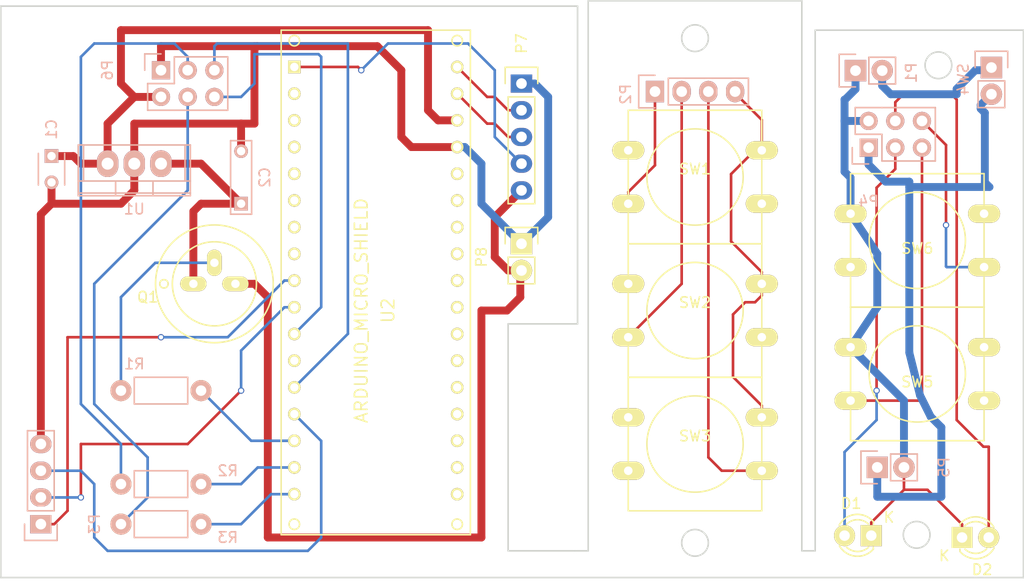
<source format=kicad_pcb>
(kicad_pcb (version 4) (host pcbnew 4.0.5)

  (general
    (links 60)
    (no_connects 13)
    (area 27.864999 127.940999 125.297001 182.955001)
    (thickness 1.6)
    (drawings 20)
    (tracks 232)
    (zones 0)
    (modules 24)
    (nets 48)
  )

  (page A4)
  (layers
    (0 F.Cu signal)
    (31 B.Cu signal)
    (32 B.Adhes user)
    (33 F.Adhes user)
    (34 B.Paste user)
    (35 F.Paste user)
    (36 B.SilkS user)
    (37 F.SilkS user)
    (38 B.Mask user)
    (39 F.Mask user)
    (40 Dwgs.User user)
    (41 Cmts.User user)
    (42 Eco1.User user)
    (43 Eco2.User user)
    (44 Edge.Cuts user)
    (45 Margin user)
    (46 B.CrtYd user)
    (47 F.CrtYd user)
    (48 B.Fab user)
    (49 F.Fab user)
  )

  (setup
    (last_trace_width 0.75)
    (user_trace_width 0.75)
    (trace_clearance 0.25)
    (zone_clearance 0.508)
    (zone_45_only no)
    (trace_min 0.25)
    (segment_width 0.2)
    (edge_width 0.15)
    (via_size 0.6)
    (via_drill 0.4)
    (via_min_size 0.4)
    (via_min_drill 0.3)
    (uvia_size 0.3)
    (uvia_drill 0.1)
    (uvias_allowed no)
    (uvia_min_size 0.2)
    (uvia_min_drill 0.1)
    (pcb_text_width 0.3)
    (pcb_text_size 1.5 1.5)
    (mod_edge_width 0.15)
    (mod_text_size 1 1)
    (mod_text_width 0.15)
    (pad_size 1.524 1.524)
    (pad_drill 0.762)
    (pad_to_mask_clearance 0.2)
    (aux_axis_origin 0 0)
    (visible_elements FFFFFF7F)
    (pcbplotparams
      (layerselection 0x00030_80000001)
      (usegerberextensions false)
      (excludeedgelayer true)
      (linewidth 0.100000)
      (plotframeref false)
      (viasonmask false)
      (mode 1)
      (useauxorigin false)
      (hpglpennumber 1)
      (hpglpenspeed 20)
      (hpglpendiameter 15)
      (hpglpenoverlay 2)
      (psnegative false)
      (psa4output false)
      (plotreference true)
      (plotvalue true)
      (plotinvisibletext false)
      (padsonsilk false)
      (subtractmaskfromsilk false)
      (outputformat 1)
      (mirror false)
      (drillshape 1)
      (scaleselection 1)
      (outputdirectory ""))
  )

  (net 0 "")
  (net 1 Vbat_7V)
  (net 2 Vbat_gnd)
  (net 3 "Net-(C2-Pad1)")
  (net 4 Vbat_gnd_if1)
  (net 5 LED_err_if1)
  (net 6 LED_status_if1)
  (net 7 "Net-(P1-Pad2)")
  (net 8 Splus_if2)
  (net 9 Sminus_if2)
  (net 10 SAv_if2)
  (net 11 Vbat_gnd_if2)
  (net 12 Splus)
  (net 13 Sminus)
  (net 14 SAv)
  (net 15 Vbat_7V_if1)
  (net 16 Sset_if1)
  (net 17 Srecall_if1)
  (net 18 LED_status)
  (net 19 LED_err)
  (net 20 Srecall)
  (net 21 Sset)
  (net 22 Lens_5V)
  (net 23 DCLK)
  (net 24 MISO)
  (net 25 MOSI)
  (net 26 Lpow)
  (net 27 "Net-(R2-Pad1)")
  (net 28 "Net-(R3-Pad1)")
  (net 29 "Net-(U2-PadRST)")
  (net 30 "Net-(U2-Pad5V)")
  (net 31 "Net-(U2-PadNC)")
  (net 32 "Net-(U2-PadA5)")
  (net 33 "Net-(U2-PadA4)")
  (net 34 "Net-(U2-PadA3)")
  (net 35 "Net-(U2-PadA2)")
  (net 36 "Net-(U2-PadA1)")
  (net 37 "Net-(U2-PadA0)")
  (net 38 "Net-(U2-PadAREF)")
  (net 39 "Net-(U2-Pad3.3V)")
  (net 40 "Net-(U2-Pad13)")
  (net 41 "Net-(U2-PadSS)")
  (net 42 "Net-(U2-PadTX)")
  (net 43 "Net-(U2-PadRX)")
  (net 44 "Net-(U2-Pad2)")
  (net 45 "Net-(U2-Pad3)")
  (net 46 "Net-(U2-Pad7)")
  (net 47 "Net-(Q1-Pad2)")

  (net_class Default "This is the default net class."
    (clearance 0.25)
    (trace_width 0.25)
    (via_dia 0.6)
    (via_drill 0.4)
    (uvia_dia 0.3)
    (uvia_drill 0.1)
    (add_net DCLK)
    (add_net LED_err)
    (add_net LED_err_if1)
    (add_net LED_status)
    (add_net LED_status_if1)
    (add_net Lens_5V)
    (add_net Lpow)
    (add_net MISO)
    (add_net MOSI)
    (add_net "Net-(C2-Pad1)")
    (add_net "Net-(P1-Pad2)")
    (add_net "Net-(Q1-Pad2)")
    (add_net "Net-(R2-Pad1)")
    (add_net "Net-(R3-Pad1)")
    (add_net "Net-(U2-Pad13)")
    (add_net "Net-(U2-Pad2)")
    (add_net "Net-(U2-Pad3)")
    (add_net "Net-(U2-Pad3.3V)")
    (add_net "Net-(U2-Pad5V)")
    (add_net "Net-(U2-Pad7)")
    (add_net "Net-(U2-PadA0)")
    (add_net "Net-(U2-PadA1)")
    (add_net "Net-(U2-PadA2)")
    (add_net "Net-(U2-PadA3)")
    (add_net "Net-(U2-PadA4)")
    (add_net "Net-(U2-PadA5)")
    (add_net "Net-(U2-PadAREF)")
    (add_net "Net-(U2-PadNC)")
    (add_net "Net-(U2-PadRST)")
    (add_net "Net-(U2-PadRX)")
    (add_net "Net-(U2-PadSS)")
    (add_net "Net-(U2-PadTX)")
    (add_net SAv)
    (add_net SAv_if2)
    (add_net Sminus)
    (add_net Sminus_if2)
    (add_net Splus)
    (add_net Splus_if2)
    (add_net Srecall)
    (add_net Srecall_if1)
    (add_net Sset)
    (add_net Sset_if1)
    (add_net Vbat_7V)
    (add_net Vbat_7V_if1)
    (add_net Vbat_gnd)
    (add_net Vbat_gnd_if1)
    (add_net Vbat_gnd_if2)
  )

  (net_class power ""
    (clearance 0.25)
    (trace_width 0.75)
    (via_dia 0.6)
    (via_drill 0.4)
    (uvia_dia 0.3)
    (uvia_drill 0.1)
  )

  (module Buttons_Switches_ThroughHole:SW_PUSH-12mm (layer F.Cu) (tedit 53FD9538) (tstamp 584DAA60)
    (at 115.1255 163.51 180)
    (path /584D9741)
    (fp_text reference SW5 (at 0 -0.762 180) (layer F.SilkS)
      (effects (font (size 1 1) (thickness 0.15)))
    )
    (fp_text value Sset (at 0 1.016 180) (layer F.Fab)
      (effects (font (size 1 1) (thickness 0.15)))
    )
    (fp_circle (center 0 0) (end 3.81 2.54) (layer F.SilkS) (width 0.15))
    (fp_line (start -6.35 -6.35) (end 6.35 -6.35) (layer F.SilkS) (width 0.15))
    (fp_line (start 6.35 -6.35) (end 6.35 6.35) (layer F.SilkS) (width 0.15))
    (fp_line (start 6.35 6.35) (end -6.35 6.35) (layer F.SilkS) (width 0.15))
    (fp_line (start -6.35 6.35) (end -6.35 -6.35) (layer F.SilkS) (width 0.15))
    (pad 1 thru_hole oval (at 6.35 -2.54 180) (size 3.048 1.7272) (drill 0.8128) (layers *.Cu *.Mask F.SilkS)
      (net 16 Sset_if1))
    (pad 2 thru_hole oval (at 6.35 2.54 180) (size 3.048 1.7272) (drill 0.8128) (layers *.Cu *.Mask F.SilkS)
      (net 4 Vbat_gnd_if1))
    (pad 1 thru_hole oval (at -6.35 -2.54 180) (size 3.048 1.7272) (drill 0.8128) (layers *.Cu *.Mask F.SilkS)
      (net 16 Sset_if1))
    (pad 2 thru_hole oval (at -6.35 2.54 180) (size 3.048 1.7272) (drill 0.8128) (layers *.Cu *.Mask F.SilkS)
      (net 4 Vbat_gnd_if1))
    (model Buttons_Switches_ThroughHole.3dshapes/SW_PUSH-12mm.wrl
      (at (xyz 0 0 0))
      (scale (xyz 4 4 4))
      (rotate (xyz 0 0 0))
    )
  )

  (module Buttons_Switches_ThroughHole:SW_PUSH-12mm (layer F.Cu) (tedit 53FD9538) (tstamp 584DAA42)
    (at 93.98 144.78)
    (path /584DC7DD)
    (fp_text reference SW1 (at 0 -0.762) (layer F.SilkS)
      (effects (font (size 1 1) (thickness 0.15)))
    )
    (fp_text value Splus (at 0 1.016) (layer F.Fab)
      (effects (font (size 1 1) (thickness 0.15)))
    )
    (fp_circle (center 0 0) (end 3.81 2.54) (layer F.SilkS) (width 0.15))
    (fp_line (start -6.35 -6.35) (end 6.35 -6.35) (layer F.SilkS) (width 0.15))
    (fp_line (start 6.35 -6.35) (end 6.35 6.35) (layer F.SilkS) (width 0.15))
    (fp_line (start 6.35 6.35) (end -6.35 6.35) (layer F.SilkS) (width 0.15))
    (fp_line (start -6.35 6.35) (end -6.35 -6.35) (layer F.SilkS) (width 0.15))
    (pad 1 thru_hole oval (at 6.35 -2.54) (size 3.048 1.7272) (drill 0.8128) (layers *.Cu *.Mask F.SilkS)
      (net 11 Vbat_gnd_if2))
    (pad 2 thru_hole oval (at 6.35 2.54) (size 3.048 1.7272) (drill 0.8128) (layers *.Cu *.Mask F.SilkS)
      (net 8 Splus_if2))
    (pad 1 thru_hole oval (at -6.35 -2.54) (size 3.048 1.7272) (drill 0.8128) (layers *.Cu *.Mask F.SilkS)
      (net 11 Vbat_gnd_if2))
    (pad 2 thru_hole oval (at -6.35 2.54) (size 3.048 1.7272) (drill 0.8128) (layers *.Cu *.Mask F.SilkS)
      (net 8 Splus_if2))
    (model Buttons_Switches_ThroughHole.3dshapes/SW_PUSH-12mm.wrl
      (at (xyz 0 0 0))
      (scale (xyz 4 4 4))
      (rotate (xyz 0 0 0))
    )
  )

  (module LEDs:LED-3MM (layer F.Cu) (tedit 559B82F6) (tstamp 584DA9DC)
    (at 110.744 178.8922 180)
    (descr "LED 3mm round vertical")
    (tags "LED  3mm round vertical")
    (path /584DD30E)
    (fp_text reference D1 (at 1.91 3.06 180) (layer F.SilkS)
      (effects (font (size 1 1) (thickness 0.15)))
    )
    (fp_text value Led_err (at 1.3 -2.9 180) (layer F.Fab)
      (effects (font (size 1 1) (thickness 0.15)))
    )
    (fp_line (start -1.2 2.3) (end 3.8 2.3) (layer F.CrtYd) (width 0.05))
    (fp_line (start 3.8 2.3) (end 3.8 -2.2) (layer F.CrtYd) (width 0.05))
    (fp_line (start 3.8 -2.2) (end -1.2 -2.2) (layer F.CrtYd) (width 0.05))
    (fp_line (start -1.2 -2.2) (end -1.2 2.3) (layer F.CrtYd) (width 0.05))
    (fp_line (start -0.199 1.314) (end -0.199 1.114) (layer F.SilkS) (width 0.15))
    (fp_line (start -0.199 -1.28) (end -0.199 -1.1) (layer F.SilkS) (width 0.15))
    (fp_arc (start 1.301 0.034) (end -0.199 -1.286) (angle 108.5) (layer F.SilkS) (width 0.15))
    (fp_arc (start 1.301 0.034) (end 0.25 -1.1) (angle 85.7) (layer F.SilkS) (width 0.15))
    (fp_arc (start 1.311 0.034) (end 3.051 0.994) (angle 110) (layer F.SilkS) (width 0.15))
    (fp_arc (start 1.301 0.034) (end 2.335 1.094) (angle 87.5) (layer F.SilkS) (width 0.15))
    (fp_text user K (at -1.69 1.74 180) (layer F.SilkS)
      (effects (font (size 1 1) (thickness 0.15)))
    )
    (pad 1 thru_hole rect (at 0 0 270) (size 2 2) (drill 1.00076) (layers *.Cu *.Mask F.SilkS)
      (net 4 Vbat_gnd_if1))
    (pad 2 thru_hole circle (at 2.54 0 180) (size 2 2) (drill 1.00076) (layers *.Cu *.Mask F.SilkS)
      (net 5 LED_err_if1))
    (model LEDs.3dshapes/LED-3MM.wrl
      (at (xyz 0.05 0 0))
      (scale (xyz 1 1 1))
      (rotate (xyz 0 0 90))
    )
  )

  (module Capacitors_ThroughHole:C_Disc_D3_P2.5 (layer B.Cu) (tedit 58500266) (tstamp 584DA9D0)
    (at 32.766 142.788 270)
    (descr "Capacitor 3mm Disc, Pitch 2.5mm")
    (tags Capacitor)
    (path /584DE984)
    (fp_text reference C1 (at -2.54 0 270) (layer B.SilkS)
      (effects (font (size 1 1) (thickness 0.15)) (justify mirror))
    )
    (fp_text value 0.1u (at 1.25 -2.5 270) (layer B.Fab)
      (effects (font (size 1 1) (thickness 0.15)) (justify mirror))
    )
    (fp_line (start -0.9 1.5) (end 3.4 1.5) (layer B.CrtYd) (width 0.05))
    (fp_line (start 3.4 1.5) (end 3.4 -1.5) (layer B.CrtYd) (width 0.05))
    (fp_line (start 3.4 -1.5) (end -0.9 -1.5) (layer B.CrtYd) (width 0.05))
    (fp_line (start -0.9 -1.5) (end -0.9 1.5) (layer B.CrtYd) (width 0.05))
    (fp_line (start -0.25 1.25) (end 2.75 1.25) (layer B.SilkS) (width 0.15))
    (fp_line (start 2.75 -1.25) (end -0.25 -1.25) (layer B.SilkS) (width 0.15))
    (pad 1 thru_hole rect (at 0 0 270) (size 1.3 1.3) (drill 0.8) (layers *.Cu *.Mask B.SilkS)
      (net 1 Vbat_7V))
    (pad 2 thru_hole circle (at 2.5 0 270) (size 1.3 1.3) (drill 0.8001) (layers *.Cu *.Mask B.SilkS)
      (net 2 Vbat_gnd))
    (model Capacitors_ThroughHole.3dshapes/C_Disc_D3_P2.5.wrl
      (at (xyz 0.0492126 0 0))
      (scale (xyz 1 1 1))
      (rotate (xyz 0 0 0))
    )
  )

  (module Capacitors_ThroughHole:C_Rect_L7_W2_P5 (layer B.Cu) (tedit 0) (tstamp 584DA9D6)
    (at 50.8 147.32 90)
    (descr "Film Capacitor Length 7 x Width 2mm, Pitch 5mm")
    (tags Capacitor)
    (path /584DEEF9)
    (fp_text reference C2 (at 2.5 2.25 90) (layer B.SilkS)
      (effects (font (size 1 1) (thickness 0.15)) (justify mirror))
    )
    (fp_text value CP (at 2.5 -2.5 90) (layer B.Fab)
      (effects (font (size 1 1) (thickness 0.15)) (justify mirror))
    )
    (fp_line (start -1.25 1.25) (end 6.25 1.25) (layer B.CrtYd) (width 0.05))
    (fp_line (start 6.25 1.25) (end 6.25 -1.25) (layer B.CrtYd) (width 0.05))
    (fp_line (start 6.25 -1.25) (end -1.25 -1.25) (layer B.CrtYd) (width 0.05))
    (fp_line (start -1.25 -1.25) (end -1.25 1.25) (layer B.CrtYd) (width 0.05))
    (fp_line (start -1 1) (end 6 1) (layer B.SilkS) (width 0.15))
    (fp_line (start 6 1) (end 6 -1) (layer B.SilkS) (width 0.15))
    (fp_line (start 6 -1) (end -1 -1) (layer B.SilkS) (width 0.15))
    (fp_line (start -1 -1) (end -1 1) (layer B.SilkS) (width 0.15))
    (pad 1 thru_hole rect (at 0 0 90) (size 1.3 1.3) (drill 0.8) (layers *.Cu *.Mask B.SilkS)
      (net 3 "Net-(C2-Pad1)"))
    (pad 2 thru_hole circle (at 5 0 90) (size 1.3 1.3) (drill 0.8) (layers *.Cu *.Mask B.SilkS)
      (net 2 Vbat_gnd))
    (model Capacitors_ThroughHole.3dshapes/C_Rect_L7_W2_P5.wrl
      (at (xyz 0.098425 0 0))
      (scale (xyz 1 1 1))
      (rotate (xyz 0 0 0))
    )
  )

  (module LEDs:LED-3MM (layer F.Cu) (tedit 559B82F6) (tstamp 584DA9E2)
    (at 119.38 179.07)
    (descr "LED 3mm round vertical")
    (tags "LED  3mm round vertical")
    (path /584DD686)
    (fp_text reference D2 (at 1.91 3.06) (layer F.SilkS)
      (effects (font (size 1 1) (thickness 0.15)))
    )
    (fp_text value Led_status (at 1.3 -2.9) (layer F.Fab)
      (effects (font (size 1 1) (thickness 0.15)))
    )
    (fp_line (start -1.2 2.3) (end 3.8 2.3) (layer F.CrtYd) (width 0.05))
    (fp_line (start 3.8 2.3) (end 3.8 -2.2) (layer F.CrtYd) (width 0.05))
    (fp_line (start 3.8 -2.2) (end -1.2 -2.2) (layer F.CrtYd) (width 0.05))
    (fp_line (start -1.2 -2.2) (end -1.2 2.3) (layer F.CrtYd) (width 0.05))
    (fp_line (start -0.199 1.314) (end -0.199 1.114) (layer F.SilkS) (width 0.15))
    (fp_line (start -0.199 -1.28) (end -0.199 -1.1) (layer F.SilkS) (width 0.15))
    (fp_arc (start 1.301 0.034) (end -0.199 -1.286) (angle 108.5) (layer F.SilkS) (width 0.15))
    (fp_arc (start 1.301 0.034) (end 0.25 -1.1) (angle 85.7) (layer F.SilkS) (width 0.15))
    (fp_arc (start 1.311 0.034) (end 3.051 0.994) (angle 110) (layer F.SilkS) (width 0.15))
    (fp_arc (start 1.301 0.034) (end 2.335 1.094) (angle 87.5) (layer F.SilkS) (width 0.15))
    (fp_text user K (at -1.69 1.74) (layer F.SilkS)
      (effects (font (size 1 1) (thickness 0.15)))
    )
    (pad 1 thru_hole rect (at 0 0 90) (size 2 2) (drill 1.00076) (layers *.Cu *.Mask F.SilkS)
      (net 4 Vbat_gnd_if1))
    (pad 2 thru_hole circle (at 2.54 0) (size 2 2) (drill 1.00076) (layers *.Cu *.Mask F.SilkS)
      (net 6 LED_status_if1))
    (model LEDs.3dshapes/LED-3MM.wrl
      (at (xyz 0.05 0 0))
      (scale (xyz 1 1 1))
      (rotate (xyz 0 0 90))
    )
  )

  (module Socket_Strips:Socket_Strip_Straight_2x03 (layer B.Cu) (tedit 54E9F9C7) (tstamp 584DAA02)
    (at 110.49 141.986)
    (descr "Through hole socket strip")
    (tags "socket strip")
    (path /584D8F75)
    (fp_text reference P4 (at 0 5.1) (layer B.SilkS)
      (effects (font (size 1 1) (thickness 0.15)) (justify mirror))
    )
    (fp_text value CONN_if1_if1 (at 0 3.1) (layer B.Fab)
      (effects (font (size 1 1) (thickness 0.15)) (justify mirror))
    )
    (fp_line (start 6.35 1.27) (end 1.27 1.27) (layer B.SilkS) (width 0.15))
    (fp_line (start -1.55 1.55) (end 0 1.55) (layer B.SilkS) (width 0.15))
    (fp_line (start -1.75 1.75) (end -1.75 -4.3) (layer B.CrtYd) (width 0.05))
    (fp_line (start 6.85 1.75) (end 6.85 -4.3) (layer B.CrtYd) (width 0.05))
    (fp_line (start -1.75 1.75) (end 6.85 1.75) (layer B.CrtYd) (width 0.05))
    (fp_line (start -1.75 -4.3) (end 6.85 -4.3) (layer B.CrtYd) (width 0.05))
    (fp_line (start -1.27 -1.27) (end 1.27 -1.27) (layer B.SilkS) (width 0.15))
    (fp_line (start 1.27 -1.27) (end 1.27 1.27) (layer B.SilkS) (width 0.15))
    (fp_line (start 6.35 1.27) (end 6.35 -3.81) (layer B.SilkS) (width 0.15))
    (fp_line (start 6.35 -3.81) (end 1.27 -3.81) (layer B.SilkS) (width 0.15))
    (fp_line (start -1.55 1.55) (end -1.55 0) (layer B.SilkS) (width 0.15))
    (fp_line (start -1.27 -3.81) (end -1.27 -1.27) (layer B.SilkS) (width 0.15))
    (fp_line (start 1.27 -3.81) (end -1.27 -3.81) (layer B.SilkS) (width 0.15))
    (pad 1 thru_hole rect (at 0 0) (size 1.7272 1.7272) (drill 1.016) (layers *.Cu *.Mask B.SilkS)
      (net 15 Vbat_7V_if1))
    (pad 2 thru_hole oval (at 0 -2.54) (size 1.7272 1.7272) (drill 1.016) (layers *.Cu *.Mask B.SilkS)
      (net 4 Vbat_gnd_if1))
    (pad 3 thru_hole oval (at 2.54 0) (size 1.7272 1.7272) (drill 1.016) (layers *.Cu *.Mask B.SilkS)
      (net 5 LED_err_if1))
    (pad 4 thru_hole oval (at 2.54 -2.54) (size 1.7272 1.7272) (drill 1.016) (layers *.Cu *.Mask B.SilkS)
      (net 6 LED_status_if1))
    (pad 5 thru_hole oval (at 5.08 0) (size 1.7272 1.7272) (drill 1.016) (layers *.Cu *.Mask B.SilkS)
      (net 16 Sset_if1))
    (pad 6 thru_hole oval (at 5.08 -2.54) (size 1.7272 1.7272) (drill 1.016) (layers *.Cu *.Mask B.SilkS)
      (net 17 Srecall_if1))
    (model Socket_Strips.3dshapes/Socket_Strip_Straight_2x03.wrl
      (at (xyz 0.1 -0.05 0))
      (scale (xyz 1 1 1))
      (rotate (xyz 0 0 180))
    )
  )

  (module Pin_Headers:Pin_Header_Straight_1x02 (layer B.Cu) (tedit 58500C5F) (tstamp 584DAA08)
    (at 111.3155 172.4 270)
    (descr "Through hole pin header")
    (tags "pin header")
    (path /584D90B6)
    (fp_text reference P5 (at 0 -6.35 270) (layer B.SilkS)
      (effects (font (size 1 1) (thickness 0.15)) (justify mirror))
    )
    (fp_text value CONN_Voltmeter (at 0 3.1 270) (layer B.Fab)
      (effects (font (size 1 1) (thickness 0.15)) (justify mirror))
    )
    (fp_line (start 1.27 -1.27) (end 1.27 -3.81) (layer B.SilkS) (width 0.15))
    (fp_line (start 1.55 1.55) (end 1.55 0) (layer B.SilkS) (width 0.15))
    (fp_line (start -1.75 1.75) (end -1.75 -4.3) (layer B.CrtYd) (width 0.05))
    (fp_line (start 1.75 1.75) (end 1.75 -4.3) (layer B.CrtYd) (width 0.05))
    (fp_line (start -1.75 1.75) (end 1.75 1.75) (layer B.CrtYd) (width 0.05))
    (fp_line (start -1.75 -4.3) (end 1.75 -4.3) (layer B.CrtYd) (width 0.05))
    (fp_line (start 1.27 -1.27) (end -1.27 -1.27) (layer B.SilkS) (width 0.15))
    (fp_line (start -1.55 0) (end -1.55 1.55) (layer B.SilkS) (width 0.15))
    (fp_line (start -1.55 1.55) (end 1.55 1.55) (layer B.SilkS) (width 0.15))
    (fp_line (start -1.27 -1.27) (end -1.27 -3.81) (layer B.SilkS) (width 0.15))
    (fp_line (start -1.27 -3.81) (end 1.27 -3.81) (layer B.SilkS) (width 0.15))
    (pad 1 thru_hole rect (at 0 0 270) (size 2.032 2.032) (drill 1.016) (layers *.Cu *.Mask B.SilkS)
      (net 15 Vbat_7V_if1))
    (pad 2 thru_hole oval (at 0 -2.54 270) (size 2.032 2.032) (drill 1.016) (layers *.Cu *.Mask B.SilkS)
      (net 4 Vbat_gnd_if1))
    (model Pin_Headers.3dshapes/Pin_Header_Straight_1x02.wrl
      (at (xyz 0 -0.05 0))
      (scale (xyz 1 1 1))
      (rotate (xyz 0 0 90))
    )
  )

  (module Pin_Headers:Pin_Header_Straight_2x03 (layer B.Cu) (tedit 54EA0A4B) (tstamp 584DAA12)
    (at 43.18 134.62 270)
    (descr "Through hole pin header")
    (tags "pin header")
    (path /584D8FB8)
    (fp_text reference P6 (at 0 5.1 270) (layer B.SilkS)
      (effects (font (size 1 1) (thickness 0.15)) (justify mirror))
    )
    (fp_text value CONN_if1_main (at 0 3.1 270) (layer B.Fab)
      (effects (font (size 1 1) (thickness 0.15)) (justify mirror))
    )
    (fp_line (start -1.27 -1.27) (end -1.27 -6.35) (layer B.SilkS) (width 0.15))
    (fp_line (start -1.55 1.55) (end 0 1.55) (layer B.SilkS) (width 0.15))
    (fp_line (start -1.75 1.75) (end -1.75 -6.85) (layer B.CrtYd) (width 0.05))
    (fp_line (start 4.3 1.75) (end 4.3 -6.85) (layer B.CrtYd) (width 0.05))
    (fp_line (start -1.75 1.75) (end 4.3 1.75) (layer B.CrtYd) (width 0.05))
    (fp_line (start -1.75 -6.85) (end 4.3 -6.85) (layer B.CrtYd) (width 0.05))
    (fp_line (start 1.27 1.27) (end 1.27 -1.27) (layer B.SilkS) (width 0.15))
    (fp_line (start 1.27 -1.27) (end -1.27 -1.27) (layer B.SilkS) (width 0.15))
    (fp_line (start -1.27 -6.35) (end 3.81 -6.35) (layer B.SilkS) (width 0.15))
    (fp_line (start 3.81 -6.35) (end 3.81 -1.27) (layer B.SilkS) (width 0.15))
    (fp_line (start -1.55 1.55) (end -1.55 0) (layer B.SilkS) (width 0.15))
    (fp_line (start 3.81 1.27) (end 1.27 1.27) (layer B.SilkS) (width 0.15))
    (fp_line (start 3.81 -1.27) (end 3.81 1.27) (layer B.SilkS) (width 0.15))
    (pad 1 thru_hole rect (at 0 0 270) (size 1.7272 1.7272) (drill 1.016) (layers *.Cu *.Mask B.SilkS)
      (net 2 Vbat_gnd))
    (pad 2 thru_hole oval (at 2.54 0 270) (size 1.7272 1.7272) (drill 1.016) (layers *.Cu *.Mask B.SilkS)
      (net 1 Vbat_7V))
    (pad 3 thru_hole oval (at 0 -2.54 270) (size 1.7272 1.7272) (drill 1.016) (layers *.Cu *.Mask B.SilkS)
      (net 18 LED_status))
    (pad 4 thru_hole oval (at 2.54 -2.54 270) (size 1.7272 1.7272) (drill 1.016) (layers *.Cu *.Mask B.SilkS)
      (net 19 LED_err))
    (pad 5 thru_hole oval (at 0 -5.08 270) (size 1.7272 1.7272) (drill 1.016) (layers *.Cu *.Mask B.SilkS)
      (net 20 Srecall))
    (pad 6 thru_hole oval (at 2.54 -5.08 270) (size 1.7272 1.7272) (drill 1.016) (layers *.Cu *.Mask B.SilkS)
      (net 21 Sset))
    (model Pin_Headers.3dshapes/Pin_Header_Straight_2x03.wrl
      (at (xyz 0.05 -0.1 0))
      (scale (xyz 1 1 1))
      (rotate (xyz 0 0 90))
    )
  )

  (module Transistors_OldSowjetAera:OldSowjetaera_Transistor_Type-II_BigPads (layer F.Cu) (tedit 5850029F) (tstamp 584DAA28)
    (at 48.26 154.94)
    (path /584E5924)
    (fp_text reference Q1 (at -6.35 1.27) (layer F.SilkS)
      (effects (font (size 1 1) (thickness 0.15)))
    )
    (fp_text value Q_PNP_EBC (at 0 6.35) (layer F.Fab)
      (effects (font (size 1 1) (thickness 0.15)))
    )
    (fp_circle (center -4.8 0) (end -4.8 0.4) (layer F.SilkS) (width 0.15))
    (fp_circle (center 0 0) (end 4 0) (layer F.SilkS) (width 0.15))
    (fp_circle (center 0 0) (end 5.6 0) (layer F.SilkS) (width 0.15))
    (pad 2 thru_hole oval (at 0 -2) (size 1.4 2.5) (drill 0.8) (layers *.Cu *.Mask F.SilkS)
      (net 47 "Net-(Q1-Pad2)"))
    (pad 1 thru_hole oval (at -2 0 90) (size 1.4 2.5) (drill 0.8) (layers *.Cu *.Mask F.SilkS)
      (net 3 "Net-(C2-Pad1)"))
    (pad 3 thru_hole oval (at 2 0 90) (size 1.4 2.5) (drill 0.8) (layers *.Cu *.Mask F.SilkS)
      (net 22 Lens_5V))
    (model Transistors_OldSowjetAera.3dshapes/OldSowjetaera_Transistor_Type-II_BigPads.wrl
      (at (xyz 0 0 0))
      (scale (xyz 0.3937 0.3937 0.3937))
      (rotate (xyz 0 0 0))
    )
  )

  (module Resistors_ThroughHole:Resistor_Horizontal_RM7mm (layer B.Cu) (tedit 58500298) (tstamp 584DAA2E)
    (at 39.37 165.1)
    (descr "Resistor, Axial,  RM 7.62mm, 1/3W,")
    (tags "Resistor Axial RM 7.62mm 1/3W R3")
    (path /584DF60D)
    (fp_text reference R1 (at 1.27 -2.54) (layer B.SilkS)
      (effects (font (size 1 1) (thickness 0.15)) (justify mirror))
    )
    (fp_text value 1k (at 3.81 2.54) (layer B.Fab)
      (effects (font (size 1 1) (thickness 0.15)) (justify mirror))
    )
    (fp_line (start -1.25 1.5) (end 8.85 1.5) (layer B.CrtYd) (width 0.05))
    (fp_line (start -1.25 -1.5) (end -1.25 1.5) (layer B.CrtYd) (width 0.05))
    (fp_line (start 8.85 1.5) (end 8.85 -1.5) (layer B.CrtYd) (width 0.05))
    (fp_line (start -1.25 -1.5) (end 8.85 -1.5) (layer B.CrtYd) (width 0.05))
    (fp_line (start 1.27 1.27) (end 6.35 1.27) (layer B.SilkS) (width 0.15))
    (fp_line (start 6.35 1.27) (end 6.35 -1.27) (layer B.SilkS) (width 0.15))
    (fp_line (start 6.35 -1.27) (end 1.27 -1.27) (layer B.SilkS) (width 0.15))
    (fp_line (start 1.27 -1.27) (end 1.27 1.27) (layer B.SilkS) (width 0.15))
    (pad 1 thru_hole circle (at 0 0) (size 1.99898 1.99898) (drill 1.00076) (layers *.Cu *.SilkS *.Mask)
      (net 47 "Net-(Q1-Pad2)"))
    (pad 2 thru_hole circle (at 7.62 0) (size 1.99898 1.99898) (drill 1.00076) (layers *.Cu *.SilkS *.Mask)
      (net 26 Lpow))
  )

  (module Resistors_ThroughHole:Resistor_Horizontal_RM7mm (layer B.Cu) (tedit 58500289) (tstamp 584DAA34)
    (at 46.99 173.99 180)
    (descr "Resistor, Axial,  RM 7.62mm, 1/3W,")
    (tags "Resistor Axial RM 7.62mm 1/3W R3")
    (path /584DD9C5)
    (fp_text reference R2 (at -2.54 1.27 180) (layer B.SilkS)
      (effects (font (size 1 1) (thickness 0.15)) (justify mirror))
    )
    (fp_text value 470 (at 3.81 2.54 180) (layer B.Fab)
      (effects (font (size 1 1) (thickness 0.15)) (justify mirror))
    )
    (fp_line (start -1.25 1.5) (end 8.85 1.5) (layer B.CrtYd) (width 0.05))
    (fp_line (start -1.25 -1.5) (end -1.25 1.5) (layer B.CrtYd) (width 0.05))
    (fp_line (start 8.85 1.5) (end 8.85 -1.5) (layer B.CrtYd) (width 0.05))
    (fp_line (start -1.25 -1.5) (end 8.85 -1.5) (layer B.CrtYd) (width 0.05))
    (fp_line (start 1.27 1.27) (end 6.35 1.27) (layer B.SilkS) (width 0.15))
    (fp_line (start 6.35 1.27) (end 6.35 -1.27) (layer B.SilkS) (width 0.15))
    (fp_line (start 6.35 -1.27) (end 1.27 -1.27) (layer B.SilkS) (width 0.15))
    (fp_line (start 1.27 -1.27) (end 1.27 1.27) (layer B.SilkS) (width 0.15))
    (pad 1 thru_hole circle (at 0 0 180) (size 1.99898 1.99898) (drill 1.00076) (layers *.Cu *.SilkS *.Mask)
      (net 27 "Net-(R2-Pad1)"))
    (pad 2 thru_hole circle (at 7.62 0 180) (size 1.99898 1.99898) (drill 1.00076) (layers *.Cu *.SilkS *.Mask)
      (net 18 LED_status))
  )

  (module Resistors_ThroughHole:Resistor_Horizontal_RM7mm (layer B.Cu) (tedit 5850028C) (tstamp 584DAA3A)
    (at 46.99 177.8 180)
    (descr "Resistor, Axial,  RM 7.62mm, 1/3W,")
    (tags "Resistor Axial RM 7.62mm 1/3W R3")
    (path /584DDA87)
    (fp_text reference R3 (at -2.54 -1.27 180) (layer B.SilkS)
      (effects (font (size 1 1) (thickness 0.15)) (justify mirror))
    )
    (fp_text value 470 (at -2.54 1.27 180) (layer B.Fab)
      (effects (font (size 1 1) (thickness 0.15)) (justify mirror))
    )
    (fp_line (start -1.25 1.5) (end 8.85 1.5) (layer B.CrtYd) (width 0.05))
    (fp_line (start -1.25 -1.5) (end -1.25 1.5) (layer B.CrtYd) (width 0.05))
    (fp_line (start 8.85 1.5) (end 8.85 -1.5) (layer B.CrtYd) (width 0.05))
    (fp_line (start -1.25 -1.5) (end 8.85 -1.5) (layer B.CrtYd) (width 0.05))
    (fp_line (start 1.27 1.27) (end 6.35 1.27) (layer B.SilkS) (width 0.15))
    (fp_line (start 6.35 1.27) (end 6.35 -1.27) (layer B.SilkS) (width 0.15))
    (fp_line (start 6.35 -1.27) (end 1.27 -1.27) (layer B.SilkS) (width 0.15))
    (fp_line (start 1.27 -1.27) (end 1.27 1.27) (layer B.SilkS) (width 0.15))
    (pad 1 thru_hole circle (at 0 0 180) (size 1.99898 1.99898) (drill 1.00076) (layers *.Cu *.SilkS *.Mask)
      (net 28 "Net-(R3-Pad1)"))
    (pad 2 thru_hole circle (at 7.62 0 180) (size 1.99898 1.99898) (drill 1.00076) (layers *.Cu *.SilkS *.Mask)
      (net 19 LED_err))
  )

  (module Buttons_Switches_ThroughHole:SW_PUSH-12mm (layer F.Cu) (tedit 53FD9538) (tstamp 584DAA4A)
    (at 93.98 157.48)
    (path /584DC797)
    (fp_text reference SW2 (at 0 -0.762) (layer F.SilkS)
      (effects (font (size 1 1) (thickness 0.15)))
    )
    (fp_text value Sminus (at 0 1.016) (layer F.Fab)
      (effects (font (size 1 1) (thickness 0.15)))
    )
    (fp_circle (center 0 0) (end 3.81 2.54) (layer F.SilkS) (width 0.15))
    (fp_line (start -6.35 -6.35) (end 6.35 -6.35) (layer F.SilkS) (width 0.15))
    (fp_line (start 6.35 -6.35) (end 6.35 6.35) (layer F.SilkS) (width 0.15))
    (fp_line (start 6.35 6.35) (end -6.35 6.35) (layer F.SilkS) (width 0.15))
    (fp_line (start -6.35 6.35) (end -6.35 -6.35) (layer F.SilkS) (width 0.15))
    (pad 1 thru_hole oval (at 6.35 -2.54) (size 3.048 1.7272) (drill 0.8128) (layers *.Cu *.Mask F.SilkS)
      (net 11 Vbat_gnd_if2))
    (pad 2 thru_hole oval (at 6.35 2.54) (size 3.048 1.7272) (drill 0.8128) (layers *.Cu *.Mask F.SilkS)
      (net 9 Sminus_if2))
    (pad 1 thru_hole oval (at -6.35 -2.54) (size 3.048 1.7272) (drill 0.8128) (layers *.Cu *.Mask F.SilkS)
      (net 11 Vbat_gnd_if2))
    (pad 2 thru_hole oval (at -6.35 2.54) (size 3.048 1.7272) (drill 0.8128) (layers *.Cu *.Mask F.SilkS)
      (net 9 Sminus_if2))
    (model Buttons_Switches_ThroughHole.3dshapes/SW_PUSH-12mm.wrl
      (at (xyz 0 0 0))
      (scale (xyz 4 4 4))
      (rotate (xyz 0 0 0))
    )
  )

  (module Buttons_Switches_ThroughHole:SW_PUSH-12mm (layer F.Cu) (tedit 53FD9538) (tstamp 584DAA52)
    (at 93.98 170.18)
    (path /584DC70B)
    (fp_text reference SW3 (at 0 -0.762) (layer F.SilkS)
      (effects (font (size 1 1) (thickness 0.15)))
    )
    (fp_text value SAv (at 0 1.016) (layer F.Fab)
      (effects (font (size 1 1) (thickness 0.15)))
    )
    (fp_circle (center 0 0) (end 3.81 2.54) (layer F.SilkS) (width 0.15))
    (fp_line (start -6.35 -6.35) (end 6.35 -6.35) (layer F.SilkS) (width 0.15))
    (fp_line (start 6.35 -6.35) (end 6.35 6.35) (layer F.SilkS) (width 0.15))
    (fp_line (start 6.35 6.35) (end -6.35 6.35) (layer F.SilkS) (width 0.15))
    (fp_line (start -6.35 6.35) (end -6.35 -6.35) (layer F.SilkS) (width 0.15))
    (pad 1 thru_hole oval (at 6.35 -2.54) (size 3.048 1.7272) (drill 0.8128) (layers *.Cu *.Mask F.SilkS)
      (net 11 Vbat_gnd_if2))
    (pad 2 thru_hole oval (at 6.35 2.54) (size 3.048 1.7272) (drill 0.8128) (layers *.Cu *.Mask F.SilkS)
      (net 10 SAv_if2))
    (pad 1 thru_hole oval (at -6.35 -2.54) (size 3.048 1.7272) (drill 0.8128) (layers *.Cu *.Mask F.SilkS)
      (net 11 Vbat_gnd_if2))
    (pad 2 thru_hole oval (at -6.35 2.54) (size 3.048 1.7272) (drill 0.8128) (layers *.Cu *.Mask F.SilkS)
      (net 10 SAv_if2))
    (model Buttons_Switches_ThroughHole.3dshapes/SW_PUSH-12mm.wrl
      (at (xyz 0 0 0))
      (scale (xyz 4 4 4))
      (rotate (xyz 0 0 0))
    )
  )

  (module Buttons_Switches_ThroughHole:SW_PUSH-12mm (layer F.Cu) (tedit 53FD9538) (tstamp 584DAA68)
    (at 115.1255 150.81 180)
    (path /584D9787)
    (fp_text reference SW6 (at 0 -0.762 180) (layer F.SilkS)
      (effects (font (size 1 1) (thickness 0.15)))
    )
    (fp_text value Srecall (at 0 1.016 180) (layer F.Fab)
      (effects (font (size 1 1) (thickness 0.15)))
    )
    (fp_circle (center 0 0) (end 3.81 2.54) (layer F.SilkS) (width 0.15))
    (fp_line (start -6.35 -6.35) (end 6.35 -6.35) (layer F.SilkS) (width 0.15))
    (fp_line (start 6.35 -6.35) (end 6.35 6.35) (layer F.SilkS) (width 0.15))
    (fp_line (start 6.35 6.35) (end -6.35 6.35) (layer F.SilkS) (width 0.15))
    (fp_line (start -6.35 6.35) (end -6.35 -6.35) (layer F.SilkS) (width 0.15))
    (pad 1 thru_hole oval (at 6.35 -2.54 180) (size 3.048 1.7272) (drill 0.8128) (layers *.Cu *.Mask F.SilkS)
      (net 17 Srecall_if1))
    (pad 2 thru_hole oval (at 6.35 2.54 180) (size 3.048 1.7272) (drill 0.8128) (layers *.Cu *.Mask F.SilkS)
      (net 4 Vbat_gnd_if1))
    (pad 1 thru_hole oval (at -6.35 -2.54 180) (size 3.048 1.7272) (drill 0.8128) (layers *.Cu *.Mask F.SilkS)
      (net 17 Srecall_if1))
    (pad 2 thru_hole oval (at -6.35 2.54 180) (size 3.048 1.7272) (drill 0.8128) (layers *.Cu *.Mask F.SilkS)
      (net 4 Vbat_gnd_if1))
    (model Buttons_Switches_ThroughHole.3dshapes/SW_PUSH-12mm.wrl
      (at (xyz 0 0 0))
      (scale (xyz 4 4 4))
      (rotate (xyz 0 0 0))
    )
  )

  (module Power_Integrations:TO-220 (layer B.Cu) (tedit 0) (tstamp 584DAA6F)
    (at 40.64 143.51)
    (descr "Non Isolated JEDEC TO-220 Package")
    (tags "Power Integration YN Package")
    (path /584E2B29)
    (fp_text reference U1 (at 0 4.318) (layer B.SilkS)
      (effects (font (size 1 1) (thickness 0.15)) (justify mirror))
    )
    (fp_text value LM2937 (at 0 4.318) (layer B.Fab)
      (effects (font (size 1 1) (thickness 0.15)) (justify mirror))
    )
    (fp_line (start 4.826 1.651) (end 4.826 -1.778) (layer B.SilkS) (width 0.15))
    (fp_line (start -4.826 1.651) (end -4.826 -1.778) (layer B.SilkS) (width 0.15))
    (fp_line (start 5.334 2.794) (end -5.334 2.794) (layer B.SilkS) (width 0.15))
    (fp_line (start 1.778 1.778) (end 1.778 3.048) (layer B.SilkS) (width 0.15))
    (fp_line (start -1.778 1.778) (end -1.778 3.048) (layer B.SilkS) (width 0.15))
    (fp_line (start -5.334 1.651) (end 5.334 1.651) (layer B.SilkS) (width 0.15))
    (fp_line (start 5.334 -1.778) (end -5.334 -1.778) (layer B.SilkS) (width 0.15))
    (fp_line (start -5.334 3.048) (end -5.334 -1.778) (layer B.SilkS) (width 0.15))
    (fp_line (start 5.334 3.048) (end 5.334 -1.778) (layer B.SilkS) (width 0.15))
    (fp_line (start 5.334 3.048) (end -5.334 3.048) (layer B.SilkS) (width 0.15))
    (pad 2 thru_hole oval (at 0 0) (size 2.032 2.54) (drill 1.143) (layers *.Cu *.Mask B.SilkS)
      (net 2 Vbat_gnd))
    (pad 3 thru_hole oval (at 2.54 0) (size 2.032 2.54) (drill 1.143) (layers *.Cu *.Mask B.SilkS)
      (net 3 "Net-(C2-Pad1)"))
    (pad 1 thru_hole oval (at -2.54 0) (size 2.032 2.54) (drill 1.143) (layers *.Cu *.Mask B.SilkS)
      (net 1 Vbat_7V))
  )

  (module arduino_micro_shield:ARDUINO_MICRO_SHIELD (layer F.Cu) (tedit 54B0AF9D) (tstamp 584DAA95)
    (at 54.61 130.81 270)
    (tags "ARDUINO, MICRO")
    (path /584C3B47)
    (fp_text reference U2 (at 26.67 -10.16 270) (layer F.SilkS)
      (effects (font (size 1.2 1.2) (thickness 0.15)))
    )
    (fp_text value ARDUINO_MICRO_SHIELD (at 26.67 -7.62 270) (layer F.SilkS)
      (effects (font (size 1.2 1.2) (thickness 0.15)))
    )
    (fp_circle (center 1 -1.254) (end 1.5 -1.254) (layer F.SilkS) (width 0.15))
    (fp_circle (center 1 -16.746) (end 1.5 -16.746) (layer F.SilkS) (width 0.15))
    (fp_circle (center 47 -1.254) (end 47.5 -1.254) (layer F.SilkS) (width 0.15))
    (fp_circle (center 47 -16.746) (end 47.5 -16.746) (layer F.SilkS) (width 0.15))
    (fp_line (start 0 -18) (end 48 -18) (layer F.SilkS) (width 0.15))
    (fp_line (start 48 -18) (end 48 0) (layer F.SilkS) (width 0.15))
    (fp_line (start 48 0) (end 0 0) (layer F.SilkS) (width 0.15))
    (fp_line (start 0 0) (end 0 -18) (layer F.SilkS) (width 0.15))
    (pad SCK thru_hole circle (at 3.5 -16.746 270) (size 1.2 1.2) (drill 0.8) (layers *.Cu *.Mask F.SilkS)
      (net 23 DCLK))
    (pad MI thru_hole circle (at 6.04 -16.746 270) (size 1.2 1.2) (drill 0.8) (layers *.Cu *.Mask F.SilkS)
      (net 24 MISO))
    (pad VI thru_hole circle (at 8.58 -16.746 270) (size 1.2 1.2) (drill 0.8) (layers *.Cu *.Mask F.SilkS)
      (net 1 Vbat_7V))
    (pad GND thru_hole circle (at 11.12 -16.746 270) (size 1.2 1.2) (drill 0.8) (layers *.Cu *.Mask F.SilkS)
      (net 2 Vbat_gnd))
    (pad RST thru_hole circle (at 13.66 -16.746 270) (size 1.2 1.2) (drill 0.8) (layers *.Cu *.Mask F.SilkS)
      (net 29 "Net-(U2-PadRST)"))
    (pad 5V thru_hole circle (at 16.2 -16.746 270) (size 1.2 1.2) (drill 0.8) (layers *.Cu *.Mask F.SilkS)
      (net 30 "Net-(U2-Pad5V)"))
    (pad NC thru_hole circle (at 18.74 -16.746 270) (size 1.2 1.2) (drill 0.8) (layers *.Cu *.Mask F.SilkS)
      (net 31 "Net-(U2-PadNC)"))
    (pad NC thru_hole circle (at 21.28 -16.746 270) (size 1.2 1.2) (drill 0.8) (layers *.Cu *.Mask F.SilkS)
      (net 31 "Net-(U2-PadNC)"))
    (pad A5 thru_hole circle (at 23.82 -16.746 270) (size 1.2 1.2) (drill 0.8) (layers *.Cu *.Mask F.SilkS)
      (net 32 "Net-(U2-PadA5)"))
    (pad A4 thru_hole circle (at 26.36 -16.746 270) (size 1.2 1.2) (drill 0.8) (layers *.Cu *.Mask F.SilkS)
      (net 33 "Net-(U2-PadA4)"))
    (pad A3 thru_hole circle (at 28.9 -16.746 270) (size 1.2 1.2) (drill 0.8) (layers *.Cu *.Mask F.SilkS)
      (net 34 "Net-(U2-PadA3)"))
    (pad A2 thru_hole circle (at 31.44 -16.746 270) (size 1.2 1.2) (drill 0.8) (layers *.Cu *.Mask F.SilkS)
      (net 35 "Net-(U2-PadA2)"))
    (pad A1 thru_hole circle (at 33.98 -16.746 270) (size 1.2 1.2) (drill 0.8) (layers *.Cu *.Mask F.SilkS)
      (net 36 "Net-(U2-PadA1)"))
    (pad A0 thru_hole circle (at 36.52 -16.746 270) (size 1.2 1.2) (drill 0.8) (layers *.Cu *.Mask F.SilkS)
      (net 37 "Net-(U2-PadA0)"))
    (pad AREF thru_hole circle (at 39.06 -16.746 270) (size 1.2 1.2) (drill 0.8) (layers *.Cu *.Mask F.SilkS)
      (net 38 "Net-(U2-PadAREF)"))
    (pad 3.3V thru_hole circle (at 41.6 -16.746 270) (size 1.2 1.2) (drill 0.8) (layers *.Cu *.Mask F.SilkS)
      (net 39 "Net-(U2-Pad3.3V)"))
    (pad 13 thru_hole circle (at 44.14 -16.746 270) (size 1.2 1.2) (drill 0.8) (layers *.Cu *.Mask F.SilkS)
      (net 40 "Net-(U2-Pad13)"))
    (pad MO thru_hole rect (at 3.5 -1.254 270) (size 1.2 1.2) (drill 0.8) (layers *.Cu *.Mask F.SilkS)
      (net 25 MOSI))
    (pad SS thru_hole circle (at 6.04 -1.254 270) (size 1.2 1.2) (drill 0.8) (layers *.Cu *.Mask F.SilkS)
      (net 41 "Net-(U2-PadSS)"))
    (pad TX thru_hole circle (at 8.58 -1.254 270) (size 1.2 1.2) (drill 0.8) (layers *.Cu *.Mask F.SilkS)
      (net 42 "Net-(U2-PadTX)"))
    (pad RX thru_hole circle (at 11.12 -1.254 270) (size 1.2 1.2) (drill 0.8) (layers *.Cu *.Mask F.SilkS)
      (net 43 "Net-(U2-PadRX)"))
    (pad RST thru_hole circle (at 13.66 -1.254 270) (size 1.2 1.2) (drill 0.8) (layers *.Cu *.Mask F.SilkS)
      (net 29 "Net-(U2-PadRST)"))
    (pad GND thru_hole circle (at 16.2 -1.254 270) (size 1.2 1.2) (drill 0.8) (layers *.Cu *.Mask F.SilkS)
      (net 2 Vbat_gnd))
    (pad 2 thru_hole circle (at 18.74 -1.254 270) (size 1.2 1.2) (drill 0.8) (layers *.Cu *.Mask F.SilkS)
      (net 44 "Net-(U2-Pad2)"))
    (pad 3 thru_hole circle (at 21.28 -1.254 270) (size 1.2 1.2) (drill 0.8) (layers *.Cu *.Mask F.SilkS)
      (net 45 "Net-(U2-Pad3)"))
    (pad 4 thru_hole circle (at 23.82 -1.254 270) (size 1.2 1.2) (drill 0.8) (layers *.Cu *.Mask F.SilkS)
      (net 12 Splus))
    (pad 5 thru_hole circle (at 26.36 -1.254 270) (size 1.2 1.2) (drill 0.8) (layers *.Cu *.Mask F.SilkS)
      (net 13 Sminus))
    (pad 6 thru_hole circle (at 28.9 -1.254 270) (size 1.2 1.2) (drill 0.8) (layers *.Cu *.Mask F.SilkS)
      (net 21 Sset))
    (pad 7 thru_hole circle (at 31.44 -1.254 270) (size 1.2 1.2) (drill 0.8) (layers *.Cu *.Mask F.SilkS)
      (net 46 "Net-(U2-Pad7)"))
    (pad 8 thru_hole circle (at 33.98 -1.254 270) (size 1.2 1.2) (drill 0.8) (layers *.Cu *.Mask F.SilkS)
      (net 20 Srecall))
    (pad 9 thru_hole circle (at 36.52 -1.254 270) (size 1.2 1.2) (drill 0.8) (layers *.Cu *.Mask F.SilkS)
      (net 14 SAv))
    (pad 10 thru_hole circle (at 39.06 -1.254 270) (size 1.2 1.2) (drill 0.8) (layers *.Cu *.Mask F.SilkS)
      (net 26 Lpow))
    (pad 11 thru_hole circle (at 41.6 -1.254 270) (size 1.2 1.2) (drill 0.8) (layers *.Cu *.Mask F.SilkS)
      (net 27 "Net-(R2-Pad1)"))
    (pad 12 thru_hole circle (at 44.14 -1.254 270) (size 1.2 1.2) (drill 0.8) (layers *.Cu *.Mask F.SilkS)
      (net 28 "Net-(R3-Pad1)"))
  )

  (module Socket_Strips:Socket_Strip_Straight_1x02 (layer F.Cu) (tedit 58500252) (tstamp 584DAA21)
    (at 77.47 151.13 270)
    (descr "Through hole socket strip")
    (tags "socket strip")
    (path /584C4053)
    (fp_text reference P8 (at 1.27 3.81 270) (layer F.SilkS)
      (effects (font (size 1 1) (thickness 0.15)))
    )
    (fp_text value CONN_lensX02 (at 0 -3.1 270) (layer F.Fab)
      (effects (font (size 1 1) (thickness 0.15)))
    )
    (fp_line (start -1.55 1.55) (end 0 1.55) (layer F.SilkS) (width 0.15))
    (fp_line (start 3.81 1.27) (end 1.27 1.27) (layer F.SilkS) (width 0.15))
    (fp_line (start -1.75 -1.75) (end -1.75 1.75) (layer F.CrtYd) (width 0.05))
    (fp_line (start 4.3 -1.75) (end 4.3 1.75) (layer F.CrtYd) (width 0.05))
    (fp_line (start -1.75 -1.75) (end 4.3 -1.75) (layer F.CrtYd) (width 0.05))
    (fp_line (start -1.75 1.75) (end 4.3 1.75) (layer F.CrtYd) (width 0.05))
    (fp_line (start 1.27 1.27) (end 1.27 -1.27) (layer F.SilkS) (width 0.15))
    (fp_line (start 0 -1.55) (end -1.55 -1.55) (layer F.SilkS) (width 0.15))
    (fp_line (start -1.55 -1.55) (end -1.55 1.55) (layer F.SilkS) (width 0.15))
    (fp_line (start 1.27 -1.27) (end 3.81 -1.27) (layer F.SilkS) (width 0.15))
    (fp_line (start 3.81 -1.27) (end 3.81 1.27) (layer F.SilkS) (width 0.15))
    (pad 1 thru_hole rect (at 0 0 270) (size 2.032 2.032) (drill 1.016) (layers *.Cu *.Mask F.SilkS)
      (net 2 Vbat_gnd))
    (pad 2 thru_hole oval (at 2.54 0 270) (size 2.032 2.032) (drill 1.016) (layers *.Cu *.Mask F.SilkS)
      (net 22 Lens_5V))
    (model Socket_Strips.3dshapes/Socket_Strip_Straight_1x02.wrl
      (at (xyz 0.05 0 0))
      (scale (xyz 1 1 1))
      (rotate (xyz 0 0 180))
    )
  )

  (module Socket_Strips:Socket_Strip_Straight_1x05 (layer F.Cu) (tedit 58500257) (tstamp 584DAA1B)
    (at 77.47 135.89 270)
    (descr "Through hole socket strip")
    (tags "socket strip")
    (path /584C3DD7)
    (fp_text reference P7 (at -3.81 0 270) (layer F.SilkS)
      (effects (font (size 1 1) (thickness 0.15)))
    )
    (fp_text value CONN_lensX05 (at 0 -3.1 270) (layer F.Fab)
      (effects (font (size 1 1) (thickness 0.15)))
    )
    (fp_line (start -1.75 -1.75) (end -1.75 1.75) (layer F.CrtYd) (width 0.05))
    (fp_line (start 11.95 -1.75) (end 11.95 1.75) (layer F.CrtYd) (width 0.05))
    (fp_line (start -1.75 -1.75) (end 11.95 -1.75) (layer F.CrtYd) (width 0.05))
    (fp_line (start -1.75 1.75) (end 11.95 1.75) (layer F.CrtYd) (width 0.05))
    (fp_line (start 1.27 1.27) (end 11.43 1.27) (layer F.SilkS) (width 0.15))
    (fp_line (start 11.43 1.27) (end 11.43 -1.27) (layer F.SilkS) (width 0.15))
    (fp_line (start 11.43 -1.27) (end 1.27 -1.27) (layer F.SilkS) (width 0.15))
    (fp_line (start -1.55 1.55) (end 0 1.55) (layer F.SilkS) (width 0.15))
    (fp_line (start 1.27 1.27) (end 1.27 -1.27) (layer F.SilkS) (width 0.15))
    (fp_line (start 0 -1.55) (end -1.55 -1.55) (layer F.SilkS) (width 0.15))
    (fp_line (start -1.55 -1.55) (end -1.55 1.55) (layer F.SilkS) (width 0.15))
    (pad 1 thru_hole rect (at 0 0 270) (size 1.7272 2.032) (drill 1.016) (layers *.Cu *.Mask)
      (net 2 Vbat_gnd))
    (pad 2 thru_hole oval (at 2.54 0 270) (size 1.7272 2.032) (drill 1.016) (layers *.Cu *.Mask)
      (net 23 DCLK))
    (pad 3 thru_hole oval (at 5.08 0 270) (size 1.7272 2.032) (drill 1.016) (layers *.Cu *.Mask)
      (net 24 MISO))
    (pad 4 thru_hole oval (at 7.62 0 270) (size 1.7272 2.032) (drill 1.016) (layers *.Cu *.Mask)
      (net 25 MOSI))
    (pad 5 thru_hole oval (at 10.16 0 270) (size 1.7272 2.032) (drill 1.016) (layers *.Cu *.Mask)
      (net 22 Lens_5V))
    (model Socket_Strips.3dshapes/Socket_Strip_Straight_1x05.wrl
      (at (xyz 0.2 0 0))
      (scale (xyz 1 1 1))
      (rotate (xyz 0 0 180))
    )
  )

  (module Pin_Headers:Pin_Header_Straight_1x02 (layer B.Cu) (tedit 54EA090C) (tstamp 584DA9E8)
    (at 109.2454 134.6581 270)
    (descr "Through hole pin header")
    (tags "pin header")
    (path /584D8820)
    (fp_text reference P1 (at 0.2159 -5.3086 270) (layer B.SilkS)
      (effects (font (size 1 1) (thickness 0.15)) (justify mirror))
    )
    (fp_text value CONN_bat (at -2.5781 -2.5146 360) (layer B.Fab)
      (effects (font (size 1 1) (thickness 0.15)) (justify mirror))
    )
    (fp_line (start 1.27 -1.27) (end 1.27 -3.81) (layer B.SilkS) (width 0.15))
    (fp_line (start 1.55 1.55) (end 1.55 0) (layer B.SilkS) (width 0.15))
    (fp_line (start -1.75 1.75) (end -1.75 -4.3) (layer B.CrtYd) (width 0.05))
    (fp_line (start 1.75 1.75) (end 1.75 -4.3) (layer B.CrtYd) (width 0.05))
    (fp_line (start -1.75 1.75) (end 1.75 1.75) (layer B.CrtYd) (width 0.05))
    (fp_line (start -1.75 -4.3) (end 1.75 -4.3) (layer B.CrtYd) (width 0.05))
    (fp_line (start 1.27 -1.27) (end -1.27 -1.27) (layer B.SilkS) (width 0.15))
    (fp_line (start -1.55 0) (end -1.55 1.55) (layer B.SilkS) (width 0.15))
    (fp_line (start -1.55 1.55) (end 1.55 1.55) (layer B.SilkS) (width 0.15))
    (fp_line (start -1.27 -1.27) (end -1.27 -3.81) (layer B.SilkS) (width 0.15))
    (fp_line (start -1.27 -3.81) (end 1.27 -3.81) (layer B.SilkS) (width 0.15))
    (pad 1 thru_hole rect (at 0 0 270) (size 2.032 2.032) (drill 1.016) (layers *.Cu *.Mask B.SilkS)
      (net 4 Vbat_gnd_if1))
    (pad 2 thru_hole oval (at 0 -2.54 270) (size 2.032 2.032) (drill 1.016) (layers *.Cu *.Mask B.SilkS)
      (net 7 "Net-(P1-Pad2)"))
    (model Pin_Headers.3dshapes/Pin_Header_Straight_1x02.wrl
      (at (xyz 0 -0.05 0))
      (scale (xyz 1 1 1))
      (rotate (xyz 0 0 90))
    )
  )

  (module Pin_Headers:Pin_Header_Straight_1x02 (layer B.Cu) (tedit 54EA090C) (tstamp 584DAA58)
    (at 122.174 134.366 180)
    (descr "Through hole pin header")
    (tags "pin header")
    (path /584D928A)
    (fp_text reference SW4 (at 2.6797 -1.1176 270) (layer B.SilkS)
      (effects (font (size 1 1) (thickness 0.15)) (justify mirror))
    )
    (fp_text value Sbat (at 0 2.54 360) (layer B.Fab)
      (effects (font (size 1 1) (thickness 0.15)) (justify mirror))
    )
    (fp_line (start 1.27 -1.27) (end 1.27 -3.81) (layer B.SilkS) (width 0.15))
    (fp_line (start 1.55 1.55) (end 1.55 0) (layer B.SilkS) (width 0.15))
    (fp_line (start -1.75 1.75) (end -1.75 -4.3) (layer B.CrtYd) (width 0.05))
    (fp_line (start 1.75 1.75) (end 1.75 -4.3) (layer B.CrtYd) (width 0.05))
    (fp_line (start -1.75 1.75) (end 1.75 1.75) (layer B.CrtYd) (width 0.05))
    (fp_line (start -1.75 -4.3) (end 1.75 -4.3) (layer B.CrtYd) (width 0.05))
    (fp_line (start 1.27 -1.27) (end -1.27 -1.27) (layer B.SilkS) (width 0.15))
    (fp_line (start -1.55 0) (end -1.55 1.55) (layer B.SilkS) (width 0.15))
    (fp_line (start -1.55 1.55) (end 1.55 1.55) (layer B.SilkS) (width 0.15))
    (fp_line (start -1.27 -1.27) (end -1.27 -3.81) (layer B.SilkS) (width 0.15))
    (fp_line (start -1.27 -3.81) (end 1.27 -3.81) (layer B.SilkS) (width 0.15))
    (pad 1 thru_hole rect (at 0 0 180) (size 2.032 2.032) (drill 1.016) (layers *.Cu *.Mask B.SilkS)
      (net 7 "Net-(P1-Pad2)"))
    (pad 2 thru_hole oval (at 0 -2.54 180) (size 2.032 2.032) (drill 1.016) (layers *.Cu *.Mask B.SilkS)
      (net 15 Vbat_7V_if1))
    (model Pin_Headers.3dshapes/Pin_Header_Straight_1x02.wrl
      (at (xyz 0 -0.05 0))
      (scale (xyz 1 1 1))
      (rotate (xyz 0 0 90))
    )
  )

  (module Socket_Strips:Socket_Strip_Straight_1x04 (layer B.Cu) (tedit 0) (tstamp 584DA9F8)
    (at 31.75 177.8 90)
    (descr "Through hole socket strip")
    (tags "socket strip")
    (path /584DAD04)
    (fp_text reference P3 (at 0 5.1 90) (layer B.SilkS)
      (effects (font (size 1 1) (thickness 0.15)) (justify mirror))
    )
    (fp_text value CONN_if2_main (at 0 3.1 90) (layer B.Fab)
      (effects (font (size 1 1) (thickness 0.15)) (justify mirror))
    )
    (fp_line (start -1.75 1.75) (end -1.75 -1.75) (layer B.CrtYd) (width 0.05))
    (fp_line (start 9.4 1.75) (end 9.4 -1.75) (layer B.CrtYd) (width 0.05))
    (fp_line (start -1.75 1.75) (end 9.4 1.75) (layer B.CrtYd) (width 0.05))
    (fp_line (start -1.75 -1.75) (end 9.4 -1.75) (layer B.CrtYd) (width 0.05))
    (fp_line (start 1.27 1.27) (end 8.89 1.27) (layer B.SilkS) (width 0.15))
    (fp_line (start 1.27 -1.27) (end 8.89 -1.27) (layer B.SilkS) (width 0.15))
    (fp_line (start -1.55 -1.55) (end 0 -1.55) (layer B.SilkS) (width 0.15))
    (fp_line (start 8.89 1.27) (end 8.89 -1.27) (layer B.SilkS) (width 0.15))
    (fp_line (start 1.27 -1.27) (end 1.27 1.27) (layer B.SilkS) (width 0.15))
    (fp_line (start 0 1.55) (end -1.55 1.55) (layer B.SilkS) (width 0.15))
    (fp_line (start -1.55 1.55) (end -1.55 -1.55) (layer B.SilkS) (width 0.15))
    (pad 1 thru_hole rect (at 0 0 90) (size 1.7272 2.032) (drill 1.016) (layers *.Cu *.Mask B.SilkS)
      (net 12 Splus))
    (pad 2 thru_hole oval (at 2.54 0 90) (size 1.7272 2.032) (drill 1.016) (layers *.Cu *.Mask B.SilkS)
      (net 13 Sminus))
    (pad 3 thru_hole oval (at 5.08 0 90) (size 1.7272 2.032) (drill 1.016) (layers *.Cu *.Mask B.SilkS)
      (net 14 SAv))
    (pad 4 thru_hole oval (at 7.62 0 90) (size 1.7272 2.032) (drill 1.016) (layers *.Cu *.Mask B.SilkS)
      (net 2 Vbat_gnd))
    (model Socket_Strips.3dshapes/Socket_Strip_Straight_1x04.wrl
      (at (xyz 0.15 0 0))
      (scale (xyz 1 1 1))
      (rotate (xyz 0 0 180))
    )
  )

  (module Pin_Headers:Pin_Header_Straight_1x04 (layer B.Cu) (tedit 0) (tstamp 584DA9F0)
    (at 90.17 136.652 270)
    (descr "Through hole pin header")
    (tags "pin header")
    (path /584DACBD)
    (fp_text reference P2 (at 0.254 2.794 270) (layer B.SilkS)
      (effects (font (size 1 1) (thickness 0.15)) (justify mirror))
    )
    (fp_text value CONN_if2_if2 (at -2.54 -3.81 360) (layer B.Fab)
      (effects (font (size 1 1) (thickness 0.15)) (justify mirror))
    )
    (fp_line (start -1.75 1.75) (end -1.75 -9.4) (layer B.CrtYd) (width 0.05))
    (fp_line (start 1.75 1.75) (end 1.75 -9.4) (layer B.CrtYd) (width 0.05))
    (fp_line (start -1.75 1.75) (end 1.75 1.75) (layer B.CrtYd) (width 0.05))
    (fp_line (start -1.75 -9.4) (end 1.75 -9.4) (layer B.CrtYd) (width 0.05))
    (fp_line (start -1.27 -1.27) (end -1.27 -8.89) (layer B.SilkS) (width 0.15))
    (fp_line (start 1.27 -1.27) (end 1.27 -8.89) (layer B.SilkS) (width 0.15))
    (fp_line (start 1.55 1.55) (end 1.55 0) (layer B.SilkS) (width 0.15))
    (fp_line (start -1.27 -8.89) (end 1.27 -8.89) (layer B.SilkS) (width 0.15))
    (fp_line (start 1.27 -1.27) (end -1.27 -1.27) (layer B.SilkS) (width 0.15))
    (fp_line (start -1.55 0) (end -1.55 1.55) (layer B.SilkS) (width 0.15))
    (fp_line (start -1.55 1.55) (end 1.55 1.55) (layer B.SilkS) (width 0.15))
    (pad 1 thru_hole rect (at 0 0 270) (size 2.032 1.7272) (drill 1.016) (layers *.Cu *.Mask B.SilkS)
      (net 8 Splus_if2))
    (pad 2 thru_hole oval (at 0 -2.54 270) (size 2.032 1.7272) (drill 1.016) (layers *.Cu *.Mask B.SilkS)
      (net 9 Sminus_if2))
    (pad 3 thru_hole oval (at 0 -5.08 270) (size 2.032 1.7272) (drill 1.016) (layers *.Cu *.Mask B.SilkS)
      (net 10 SAv_if2))
    (pad 4 thru_hole oval (at 0 -7.62 270) (size 2.032 1.7272) (drill 1.016) (layers *.Cu *.Mask B.SilkS)
      (net 11 Vbat_gnd_if2))
    (model Pin_Headers.3dshapes/Pin_Header_Straight_1x04.wrl
      (at (xyz 0 -0.15 0))
      (scale (xyz 1 1 1))
      (rotate (xyz 0 0 90))
    )
  )

  (gr_line (start 105.41 130.81) (end 105.41 180.34) (layer Edge.Cuts) (width 0.15))
  (gr_line (start 125.222 130.81) (end 125.222 182.88) (layer Edge.Cuts) (width 0.15))
  (gr_line (start 83.82 180.34) (end 83.82 128.016) (layer Edge.Cuts) (width 0.15))
  (gr_line (start 104.14 128.016) (end 104.14 180.34) (layer Edge.Cuts) (width 0.15))
  (gr_line (start 27.94 182.88) (end 125.222 182.88) (layer Edge.Cuts) (width 0.15))
  (gr_line (start 27.94 128.524) (end 27.94 182.88) (layer Edge.Cuts) (width 0.15))
  (gr_line (start 82.55 128.524) (end 82.804 128.524) (layer Edge.Cuts) (width 0.15))
  (gr_line (start 82.804 158.75) (end 76.2 158.75) (layer Edge.Cuts) (width 0.15))
  (gr_line (start 82.804 158.75) (end 82.804 128.524) (layer Edge.Cuts) (width 0.15))
  (gr_circle (center 93.98 131.572) (end 95.25 131.572) (layer Edge.Cuts) (width 0.15) (tstamp 5865C095))
  (gr_line (start 105.41 130.81) (end 125.222 130.81) (layer Edge.Cuts) (width 0.15))
  (gr_line (start 76.2 180.34) (end 76.2 158.75) (layer Edge.Cuts) (width 0.15))
  (gr_line (start 82.55 180.34) (end 76.2 180.34) (layer Edge.Cuts) (width 0.15))
  (gr_line (start 104.14 180.34) (end 105.41 180.34) (angle 90) (layer Edge.Cuts) (width 0.15))
  (gr_line (start 83.82 128.016) (end 104.14 128.016) (angle 90) (layer Edge.Cuts) (width 0.15))
  (gr_line (start 82.55 180.34) (end 83.82 180.34) (angle 90) (layer Edge.Cuts) (width 0.15))
  (gr_line (start 27.94 128.524) (end 82.55 128.524) (angle 90) (layer Edge.Cuts) (width 0.15))
  (gr_circle (center 117.1321 134.1501) (end 118.4021 134.1501) (layer Edge.Cuts) (width 0.15))
  (gr_circle (center 115.062 178.816) (end 116.332 178.816) (layer Edge.Cuts) (width 0.15))
  (gr_circle (center 93.98 179.578) (end 95.25 179.578) (layer Edge.Cuts) (width 0.15) (tstamp 584FE9AE))

  (segment (start 32.766 142.788) (end 34.838 142.788) (width 0.75) (layer F.Cu) (net 1))
  (segment (start 34.838 142.788) (end 35.56 143.51) (width 0.75) (layer F.Cu) (net 1))
  (segment (start 68.58 130.81) (end 39.37 130.81) (width 0.75) (layer F.Cu) (net 1))
  (segment (start 38.1 143.51) (end 35.56 143.51) (width 0.75) (layer F.Cu) (net 1))
  (segment (start 38.1 143.51) (end 38.1 139.7) (width 0.75) (layer F.Cu) (net 1))
  (segment (start 38.1 139.7) (end 40.64 137.16) (width 0.75) (layer F.Cu) (net 1) (tstamp 584FFD20))
  (segment (start 43.18 137.16) (end 40.64 137.16) (width 0.75) (layer F.Cu) (net 1))
  (segment (start 69.54 139.39) (end 71.356 139.39) (width 0.75) (layer F.Cu) (net 1) (tstamp 584FF9DA))
  (segment (start 68.58 138.43) (end 69.54 139.39) (width 0.75) (layer F.Cu) (net 1) (tstamp 584FF9D5))
  (segment (start 68.58 130.81) (end 68.58 138.43) (width 0.75) (layer F.Cu) (net 1) (tstamp 584FF9D4))
  (segment (start 39.37 135.89) (end 39.37 130.81) (width 0.75) (layer F.Cu) (net 1) (tstamp 584FF9CA))
  (segment (start 40.64 137.16) (end 39.37 135.89) (width 0.75) (layer F.Cu) (net 1) (tstamp 584FF9C9))
  (segment (start 77.47 151.13) (end 80.01 148.59) (width 0.75) (layer B.Cu) (net 2))
  (segment (start 78.74 135.89) (end 77.47 135.89) (width 0.75) (layer B.Cu) (net 2) (tstamp 591DF25C))
  (segment (start 80.01 137.16) (end 78.74 135.89) (width 0.75) (layer B.Cu) (net 2) (tstamp 591DF250))
  (segment (start 80.01 148.59) (end 80.01 137.16) (width 0.75) (layer B.Cu) (net 2) (tstamp 591DF24B))
  (segment (start 71.356 141.93) (end 72.08 141.93) (width 0.75) (layer B.Cu) (net 2))
  (segment (start 73.66 147.32) (end 77.47 151.13) (width 0.75) (layer B.Cu) (net 2) (tstamp 591DF228))
  (segment (start 73.66 143.51) (end 73.66 147.32) (width 0.75) (layer B.Cu) (net 2) (tstamp 591DF221))
  (segment (start 72.08 141.93) (end 73.66 143.51) (width 0.75) (layer B.Cu) (net 2) (tstamp 591DF21C))
  (segment (start 32.766 147.32) (end 31.75 148.336) (width 0.75) (layer F.Cu) (net 2))
  (segment (start 31.75 148.336) (end 31.75 170.18) (width 0.75) (layer F.Cu) (net 2))
  (segment (start 40.64 143.51) (end 40.64 146.05) (width 0.75) (layer F.Cu) (net 2))
  (segment (start 32.766 147.32) (end 32.766 145.288) (width 0.75) (layer F.Cu) (net 2))
  (segment (start 40.64 146.05) (end 39.37 147.32) (width 0.75) (layer F.Cu) (net 2))
  (segment (start 39.37 147.32) (end 32.766 147.32) (width 0.75) (layer F.Cu) (net 2))
  (segment (start 52.324 132.334) (end 63.754 132.334) (width 0.75) (layer F.Cu) (net 2))
  (segment (start 63.754 132.334) (end 66.04 134.62) (width 0.75) (layer F.Cu) (net 2))
  (segment (start 66.04 134.62) (end 66.04 140.97) (width 0.75) (layer F.Cu) (net 2))
  (segment (start 66.04 140.97) (end 67 141.93) (width 0.75) (layer F.Cu) (net 2))
  (segment (start 67 141.93) (end 71.356 141.93) (width 0.75) (layer F.Cu) (net 2))
  (segment (start 52.07 132.334) (end 52.324 132.334) (width 0.75) (layer F.Cu) (net 2))
  (segment (start 52.07 139.7) (end 52.07 132.588) (width 0.75) (layer F.Cu) (net 2))
  (segment (start 52.07 132.588) (end 52.324 132.334) (width 0.75) (layer F.Cu) (net 2))
  (segment (start 43.18 134.62) (end 43.18 132.334) (width 0.75) (layer F.Cu) (net 2))
  (segment (start 43.18 132.334) (end 52.07 132.334) (width 0.75) (layer F.Cu) (net 2))
  (segment (start 50.8 142.32) (end 50.8 139.7) (width 0.75) (layer F.Cu) (net 2))
  (segment (start 40.64 143.51) (end 40.64 139.7) (width 0.75) (layer F.Cu) (net 2))
  (segment (start 40.64 139.7) (end 50.8 139.7) (width 0.75) (layer F.Cu) (net 2) (tstamp 584FFD28))
  (segment (start 50.8 139.7) (end 52.07 139.7) (width 0.75) (layer F.Cu) (net 2) (tstamp 584FFDB7))
  (segment (start 50.8 147.32) (end 46.99 147.32) (width 0.75) (layer F.Cu) (net 3))
  (segment (start 46.26 148.05) (end 46.26 154.94) (width 0.75) (layer F.Cu) (net 3) (tstamp 584FFDC7))
  (segment (start 46.99 147.32) (end 46.26 148.05) (width 0.75) (layer F.Cu) (net 3) (tstamp 584FFDC5))
  (segment (start 43.18 143.51) (end 46.99 143.51) (width 0.75) (layer F.Cu) (net 3))
  (segment (start 46.99 143.51) (end 50.8 147.32) (width 0.75) (layer F.Cu) (net 3) (tstamp 584FFDBD))
  (segment (start 108.204 137.414) (end 108.2555 137.414) (width 0.75) (layer B.Cu) (net 4))
  (segment (start 108.2555 137.414) (end 109.2454 136.4241) (width 0.75) (layer B.Cu) (net 4))
  (segment (start 109.2454 136.4241) (end 109.2454 134.6581) (width 0.75) (layer B.Cu) (net 4))
  (segment (start 108.204 139.446) (end 108.204 137.414) (width 0.75) (layer B.Cu) (net 4))
  (segment (start 108.7755 148.27) (end 108.7755 144.8435) (width 0.75) (layer B.Cu) (net 4))
  (segment (start 108.7755 144.8435) (end 108.204 144.272) (width 0.75) (layer B.Cu) (net 4))
  (segment (start 108.204 144.272) (end 108.204 139.446) (width 0.75) (layer B.Cu) (net 4))
  (segment (start 108.204 139.446) (end 110.49 139.446) (width 0.75) (layer B.Cu) (net 4))
  (segment (start 119.38 179.07) (end 119.38 177.82) (width 0.25) (layer F.Cu) (net 4))
  (segment (start 119.38 177.82) (end 116.0907 174.5307) (width 0.25) (layer F.Cu) (net 4))
  (segment (start 116.0907 174.5307) (end 113.8555 174.5307) (width 0.25) (layer F.Cu) (net 4))
  (segment (start 110.744 178.8922) (end 110.744 177.6422) (width 0.25) (layer F.Cu) (net 4))
  (segment (start 110.744 177.6422) (end 113.8555 174.5307) (width 0.25) (layer F.Cu) (net 4))
  (segment (start 113.8555 174.5307) (end 113.8555 173.83684) (width 0.25) (layer F.Cu) (net 4))
  (segment (start 113.8555 173.83684) (end 113.8555 172.4) (width 0.25) (layer F.Cu) (net 4))
  (segment (start 108.7755 160.97) (end 111.3155 157.16) (width 0.75) (layer B.Cu) (net 4))
  (segment (start 111.3155 152.08) (end 108.7755 148.27) (width 0.75) (layer B.Cu) (net 4) (tstamp 58500653))
  (segment (start 111.3155 157.16) (end 111.3155 152.08) (width 0.75) (layer B.Cu) (net 4) (tstamp 58500652))
  (segment (start 113.8555 172.4) (end 113.8555 166.05) (width 0.75) (layer B.Cu) (net 4))
  (segment (start 113.8555 166.05) (end 108.7755 160.97) (width 0.75) (layer B.Cu) (net 4) (tstamp 58500648))
  (segment (start 111.252 145.796) (end 113.03 144.018) (width 0.25) (layer F.Cu) (net 5))
  (segment (start 113.03 144.018) (end 113.03 141.986) (width 0.25) (layer F.Cu) (net 5))
  (segment (start 111.252 165.1) (end 111.252 145.796) (width 0.25) (layer F.Cu) (net 5))
  (segment (start 108.204 170.942) (end 111.252 167.894) (width 0.25) (layer B.Cu) (net 5))
  (segment (start 111.252 167.894) (end 111.252 165.1) (width 0.25) (layer B.Cu) (net 5))
  (via (at 111.252 165.1) (size 0.6) (drill 0.4) (layers F.Cu B.Cu) (net 5))
  (segment (start 108.204 177.477987) (end 108.204 170.942) (width 0.25) (layer B.Cu) (net 5))
  (segment (start 108.204 178.8922) (end 108.204 177.477987) (width 0.25) (layer B.Cu) (net 5))
  (segment (start 121.92 179.07) (end 121.92 170.434) (width 0.25) (layer F.Cu) (net 6))
  (segment (start 118.872 137.414) (end 118.364 136.906) (width 0.25) (layer F.Cu) (net 6))
  (segment (start 121.92 170.434) (end 121.412 170.434) (width 0.25) (layer F.Cu) (net 6))
  (segment (start 121.412 170.434) (end 118.872 167.894) (width 0.25) (layer F.Cu) (net 6))
  (segment (start 113.03 137.668) (end 113.03 139.446) (width 0.25) (layer F.Cu) (net 6))
  (segment (start 118.872 167.894) (end 118.872 137.414) (width 0.25) (layer F.Cu) (net 6))
  (segment (start 118.364 136.906) (end 113.792 136.906) (width 0.25) (layer F.Cu) (net 6))
  (segment (start 113.792 136.906) (end 113.03 137.668) (width 0.25) (layer F.Cu) (net 6))
  (segment (start 120.65 134.62) (end 118.872 136.398) (width 0.75) (layer B.Cu) (net 7))
  (segment (start 118.872 136.398) (end 118.872 136.906) (width 0.75) (layer B.Cu) (net 7))
  (segment (start 122.031318 134.62) (end 120.65 134.62) (width 0.75) (layer B.Cu) (net 7))
  (segment (start 122.174 134.366) (end 122.174 134.477318) (width 0.75) (layer B.Cu) (net 7))
  (segment (start 122.174 134.477318) (end 122.031318 134.62) (width 0.75) (layer B.Cu) (net 7))
  (segment (start 111.7854 134.6581) (end 111.7854 136.09494) (width 0.75) (layer B.Cu) (net 7))
  (segment (start 111.7854 136.09494) (end 112.59646 136.906) (width 0.75) (layer B.Cu) (net 7))
  (segment (start 112.59646 136.906) (end 118.872 136.906) (width 0.75) (layer B.Cu) (net 7))
  (segment (start 90.17 136.652) (end 90.17 143.6664) (width 0.25) (layer F.Cu) (net 8))
  (segment (start 87.63 147.32) (end 87.63 146.2064) (width 0.25) (layer F.Cu) (net 8))
  (segment (start 87.63 146.2064) (end 90.17 143.6664) (width 0.25) (layer F.Cu) (net 8))
  (segment (start 92.71 154.94) (end 92.71 136.652) (width 0.25) (layer F.Cu) (net 9))
  (segment (start 92.71 154.94) (end 87.63 160.02) (width 0.25) (layer F.Cu) (net 9) (tstamp 5850C73A))
  (segment (start 95.25 136.652) (end 95.25 171.45) (width 0.25) (layer F.Cu) (net 10))
  (segment (start 95.25 171.45) (end 96.52 172.72) (width 0.25) (layer F.Cu) (net 10))
  (segment (start 96.52 172.72) (end 100.33 172.72) (width 0.25) (layer F.Cu) (net 10))
  (segment (start 97.79 136.652) (end 97.79 136.8044) (width 0.25) (layer F.Cu) (net 11))
  (segment (start 97.79 136.8044) (end 100.33 139.3444) (width 0.25) (layer F.Cu) (net 11))
  (segment (start 100.33 139.3444) (end 100.33 142.24) (width 0.25) (layer F.Cu) (net 11))
  (segment (start 100.33 167.64) (end 100.33 166.5264) (width 0.25) (layer F.Cu) (net 11))
  (segment (start 100.33 166.5264) (end 97.59279 163.78919) (width 0.25) (layer F.Cu) (net 11))
  (segment (start 97.59279 157.85501) (end 98.7552 156.6926) (width 0.25) (layer F.Cu) (net 11))
  (segment (start 97.59279 163.78919) (end 97.59279 157.85501) (width 0.25) (layer F.Cu) (net 11))
  (segment (start 98.7552 156.6926) (end 99.691 156.6926) (width 0.25) (layer F.Cu) (net 11))
  (segment (start 99.691 156.6926) (end 100.33 156.0536) (width 0.25) (layer F.Cu) (net 11))
  (segment (start 100.33 156.0536) (end 100.33 154.94) (width 0.25) (layer F.Cu) (net 11))
  (segment (start 97.409 144.5006) (end 97.409 150.9054) (width 0.25) (layer F.Cu) (net 11))
  (segment (start 97.409 150.9054) (end 100.33 153.8264) (width 0.25) (layer F.Cu) (net 11))
  (segment (start 100.33 153.8264) (end 100.33 154.94) (width 0.25) (layer F.Cu) (net 11))
  (segment (start 100.33 142.24) (end 99.6696 142.24) (width 0.25) (layer F.Cu) (net 11))
  (segment (start 99.6696 142.24) (end 97.409 144.5006) (width 0.25) (layer F.Cu) (net 11))
  (segment (start 100.33 142.24) (end 101.6 142.24) (width 0.25) (layer F.Cu) (net 11) (status 30))
  (segment (start 34.29 176.53) (end 33.02 177.8) (width 0.25) (layer F.Cu) (net 12))
  (segment (start 33.02 177.8) (end 31.75 177.8) (width 0.25) (layer F.Cu) (net 12))
  (segment (start 55.864 154.63) (end 54.92 154.63) (width 0.25) (layer B.Cu) (net 12))
  (segment (start 34.29 160.02) (end 34.29 176.53) (width 0.25) (layer F.Cu) (net 12) (tstamp 5850014D))
  (segment (start 43.18 160.02) (end 34.29 160.02) (width 0.25) (layer F.Cu) (net 12) (tstamp 5850014C))
  (via (at 43.18 160.02) (size 0.6) (drill 0.4) (layers F.Cu B.Cu) (net 12))
  (segment (start 49.53 160.02) (end 43.18 160.02) (width 0.25) (layer B.Cu) (net 12) (tstamp 5850013F))
  (segment (start 54.92 154.63) (end 49.53 160.02) (width 0.25) (layer B.Cu) (net 12) (tstamp 5850013B))
  (segment (start 35.56 175.26) (end 31.75 175.26) (width 0.25) (layer B.Cu) (net 13))
  (segment (start 55.864 157.17) (end 54.92 157.17) (width 0.25) (layer B.Cu) (net 13))
  (via (at 35.56 175.26) (size 0.6) (drill 0.4) (layers F.Cu B.Cu) (net 13))
  (segment (start 35.56 170.18) (end 35.56 175.26) (width 0.25) (layer F.Cu) (net 13) (tstamp 5850021A))
  (segment (start 45.72 170.18) (end 35.56 170.18) (width 0.25) (layer F.Cu) (net 13) (tstamp 58500217))
  (segment (start 50.8 165.1) (end 45.72 170.18) (width 0.25) (layer F.Cu) (net 13) (tstamp 58500216))
  (via (at 50.8 165.1) (size 0.6) (drill 0.4) (layers F.Cu B.Cu) (net 13))
  (segment (start 50.8 161.29) (end 50.8 165.1) (width 0.25) (layer B.Cu) (net 13) (tstamp 58500212))
  (segment (start 54.92 157.17) (end 50.8 161.29) (width 0.25) (layer B.Cu) (net 13) (tstamp 58500210))
  (segment (start 35.56 172.72) (end 31.75 172.72) (width 0.25) (layer B.Cu) (net 14))
  (segment (start 58.42 169.886) (end 55.864 167.33) (width 0.25) (layer B.Cu) (net 14) (tstamp 584FFBB2))
  (segment (start 58.42 179.07) (end 58.42 169.886) (width 0.25) (layer B.Cu) (net 14) (tstamp 584FFBB0))
  (segment (start 57.15 180.34) (end 58.42 179.07) (width 0.25) (layer B.Cu) (net 14) (tstamp 584FFBAE))
  (segment (start 38.1 180.34) (end 57.15 180.34) (width 0.25) (layer B.Cu) (net 14) (tstamp 584FFBA8))
  (segment (start 36.83 179.07) (end 38.1 180.34) (width 0.25) (layer B.Cu) (net 14) (tstamp 584FFBA6))
  (segment (start 36.83 173.99) (end 36.83 179.07) (width 0.25) (layer B.Cu) (net 14) (tstamp 584FFBA4))
  (segment (start 35.56 172.72) (end 36.83 173.99) (width 0.25) (layer B.Cu) (net 14) (tstamp 584FFBA3))
  (segment (start 121.548999 138.674001) (end 121.158001 138.283003) (width 0.75) (layer B.Cu) (net 15))
  (segment (start 121.158001 138.283003) (end 121.158001 137.921999) (width 0.75) (layer B.Cu) (net 15))
  (segment (start 121.158001 137.921999) (end 122.174 136.906) (width 0.75) (layer B.Cu) (net 15))
  (segment (start 110.49 141.986) (end 110.49 143.5996) (width 0.75) (layer B.Cu) (net 15))
  (segment (start 110.49 143.5996) (end 112.1124 145.222) (width 0.75) (layer B.Cu) (net 15))
  (segment (start 112.1124 145.222) (end 114.3635 145.222) (width 0.75) (layer B.Cu) (net 15))
  (segment (start 121.9835 145.73) (end 121.548999 145.295499) (width 0.75) (layer B.Cu) (net 15))
  (segment (start 121.548999 145.295499) (end 121.548999 138.674001) (width 0.75) (layer B.Cu) (net 15))
  (segment (start 114.3635 145.73) (end 121.9835 145.73) (width 0.75) (layer B.Cu) (net 15))
  (segment (start 111.3155 172.4) (end 111.3155 175.194) (width 0.75) (layer B.Cu) (net 15))
  (segment (start 114.3635 161.478) (end 114.3635 145.73) (width 0.75) (layer B.Cu) (net 15) (tstamp 585C7F2D))
  (segment (start 114.3635 145.73) (end 114.3635 145.222) (width 0.75) (layer B.Cu) (net 15) (tstamp 585C839D))
  (segment (start 115.3795 165.542) (end 114.3635 161.478) (width 0.75) (layer B.Cu) (net 15) (tstamp 585C7F2C))
  (segment (start 116.3955 167.574) (end 115.3795 165.542) (width 0.75) (layer B.Cu) (net 15) (tstamp 585C7F28))
  (segment (start 117.4115 168.59) (end 116.3955 167.574) (width 0.75) (layer B.Cu) (net 15) (tstamp 585C7F26))
  (segment (start 117.4115 175.194) (end 117.4115 168.59) (width 0.75) (layer B.Cu) (net 15) (tstamp 585C7F24))
  (segment (start 111.3155 175.194) (end 117.4115 175.194) (width 0.75) (layer B.Cu) (net 15) (tstamp 585C7F23))
  (segment (start 108.7755 166.05) (end 115.504 166.05) (width 0.25) (layer F.Cu) (net 16))
  (segment (start 115.504 166.05) (end 115.57 165.984) (width 0.25) (layer F.Cu) (net 16))
  (segment (start 115.57 165.984) (end 115.57 143.207314) (width 0.25) (layer F.Cu) (net 16))
  (segment (start 115.57 143.207314) (end 115.57 141.986) (width 0.25) (layer F.Cu) (net 16))
  (segment (start 108.7755 166.05) (end 109.4359 166.05) (width 0.25) (layer F.Cu) (net 16))
  (segment (start 117.856 149.352) (end 117.856 141.732) (width 0.25) (layer F.Cu) (net 17))
  (segment (start 117.856 141.732) (end 115.57 139.446) (width 0.25) (layer F.Cu) (net 17))
  (segment (start 117.922 153.35) (end 117.856 153.284) (width 0.25) (layer B.Cu) (net 17))
  (segment (start 117.856 153.284) (end 117.856 149.352) (width 0.25) (layer B.Cu) (net 17))
  (via (at 117.856 149.352) (size 0.6) (drill 0.4) (layers F.Cu B.Cu) (net 17))
  (segment (start 121.4755 153.35) (end 117.922 153.35) (width 0.25) (layer B.Cu) (net 17))
  (segment (start 45.72 134.62) (end 45.72 133.35) (width 0.25) (layer B.Cu) (net 18))
  (segment (start 39.37 170.18) (end 39.37 173.99) (width 0.25) (layer B.Cu) (net 18) (tstamp 584FFE5B))
  (segment (start 35.56 166.37) (end 39.37 170.18) (width 0.25) (layer B.Cu) (net 18) (tstamp 584FFE58))
  (segment (start 35.56 133.35) (end 35.56 166.37) (width 0.25) (layer B.Cu) (net 18) (tstamp 584FFE53))
  (segment (start 36.83 132.08) (end 35.56 133.35) (width 0.25) (layer B.Cu) (net 18) (tstamp 584FFE51))
  (segment (start 44.45 132.08) (end 36.83 132.08) (width 0.25) (layer B.Cu) (net 18) (tstamp 584FFE4F))
  (segment (start 45.72 133.35) (end 44.45 132.08) (width 0.25) (layer B.Cu) (net 18) (tstamp 584FFE4C))
  (segment (start 39.37 177.8) (end 41.91 175.26) (width 0.25) (layer B.Cu) (net 19))
  (segment (start 45.72 146.05) (end 45.72 137.16) (width 0.25) (layer B.Cu) (net 19) (tstamp 584FFE78))
  (segment (start 36.83 154.94) (end 45.72 146.05) (width 0.25) (layer B.Cu) (net 19) (tstamp 584FFE74))
  (segment (start 36.83 166.37) (end 36.83 154.94) (width 0.25) (layer B.Cu) (net 19) (tstamp 584FFE71))
  (segment (start 41.91 171.45) (end 36.83 166.37) (width 0.25) (layer B.Cu) (net 19) (tstamp 584FFE68))
  (segment (start 41.91 175.26) (end 41.91 171.45) (width 0.25) (layer B.Cu) (net 19) (tstamp 584FFE67))
  (segment (start 48.26 132.334) (end 48.514 132.08) (width 0.25) (layer B.Cu) (net 20))
  (segment (start 48.514 132.08) (end 60.96 132.08) (width 0.25) (layer B.Cu) (net 20))
  (segment (start 48.26 134.62) (end 48.26 132.334) (width 0.25) (layer B.Cu) (net 20))
  (segment (start 60.96 159.694) (end 55.864 164.79) (width 0.25) (layer B.Cu) (net 20) (tstamp 58500118))
  (segment (start 60.96 132.08) (end 60.96 159.694) (width 0.25) (layer B.Cu) (net 20) (tstamp 58500113))
  (segment (start 48.26 137.16) (end 50.8 137.16) (width 0.25) (layer B.Cu) (net 21))
  (segment (start 50.8 137.16) (end 52.07 135.89) (width 0.25) (layer B.Cu) (net 21))
  (segment (start 52.07 135.89) (end 52.07 133.096) (width 0.25) (layer B.Cu) (net 21))
  (segment (start 52.07 133.096) (end 58.166 133.096) (width 0.25) (layer B.Cu) (net 21))
  (segment (start 58.166 133.096) (end 58.42 133.35) (width 0.25) (layer B.Cu) (net 21))
  (segment (start 58.42 133.35) (end 58.42 157.154) (width 0.25) (layer B.Cu) (net 21))
  (segment (start 58.42 157.154) (end 55.864 159.71) (width 0.25) (layer B.Cu) (net 21))
  (segment (start 77.47 153.67) (end 76.2 153.67) (width 0.75) (layer F.Cu) (net 22))
  (segment (start 74.93 148.59) (end 77.47 146.05) (width 0.75) (layer F.Cu) (net 22) (tstamp 591DF241))
  (segment (start 74.93 152.4) (end 74.93 148.59) (width 0.75) (layer F.Cu) (net 22) (tstamp 591DF23E))
  (segment (start 76.2 153.67) (end 74.93 152.4) (width 0.75) (layer F.Cu) (net 22) (tstamp 591DF23C))
  (segment (start 77.358682 156.21) (end 77.358682 153.781318) (width 0.75) (layer F.Cu) (net 22))
  (segment (start 77.358682 153.781318) (end 77.47 153.67) (width 0.75) (layer F.Cu) (net 22) (tstamp 591DF1CE))
  (segment (start 50.26 154.94) (end 52.07 154.94) (width 0.75) (layer F.Cu) (net 22))
  (segment (start 52.07 154.94) (end 53.34 156.21) (width 0.75) (layer F.Cu) (net 22))
  (segment (start 53.34 156.21) (end 53.34 179.07) (width 0.75) (layer F.Cu) (net 22))
  (segment (start 53.34 179.07) (end 73.66 179.07) (width 0.75) (layer F.Cu) (net 22))
  (segment (start 73.66 179.07) (end 73.66 157.48) (width 0.75) (layer F.Cu) (net 22))
  (segment (start 73.66 157.48) (end 76.088682 157.48) (width 0.75) (layer F.Cu) (net 22))
  (segment (start 76.088682 157.48) (end 77.358682 156.21) (width 0.75) (layer F.Cu) (net 22))
  (segment (start 77.47 138.43) (end 76.2 138.43) (width 0.25) (layer F.Cu) (net 23))
  (segment (start 74.206 137.16) (end 71.356 134.31) (width 0.25) (layer F.Cu) (net 23) (tstamp 584FF95E))
  (segment (start 74.93 137.16) (end 74.206 137.16) (width 0.25) (layer F.Cu) (net 23) (tstamp 584FF95D))
  (segment (start 76.2 138.43) (end 74.93 137.16) (width 0.25) (layer F.Cu) (net 23) (tstamp 584FF95A))
  (segment (start 77.47 140.97) (end 76.2 140.97) (width 0.25) (layer F.Cu) (net 24))
  (segment (start 74.206 139.7) (end 71.356 136.85) (width 0.25) (layer F.Cu) (net 24) (tstamp 584FF94F))
  (segment (start 74.93 139.7) (end 74.206 139.7) (width 0.25) (layer F.Cu) (net 24) (tstamp 584FF94D))
  (segment (start 76.2 140.97) (end 74.93 139.7) (width 0.25) (layer F.Cu) (net 24) (tstamp 584FF94A))
  (segment (start 55.864 134.31) (end 61.92 134.31) (width 0.25) (layer F.Cu) (net 25))
  (segment (start 74.93 140.97) (end 77.47 143.51) (width 0.25) (layer B.Cu) (net 25) (tstamp 585000FB))
  (segment (start 74.93 134.62) (end 74.93 140.97) (width 0.25) (layer B.Cu) (net 25) (tstamp 585000F9))
  (segment (start 72.39 132.08) (end 74.93 134.62) (width 0.25) (layer B.Cu) (net 25) (tstamp 585000F7))
  (segment (start 64.77 132.08) (end 72.39 132.08) (width 0.25) (layer B.Cu) (net 25) (tstamp 585000EE))
  (segment (start 62.23 134.62) (end 64.77 132.08) (width 0.25) (layer B.Cu) (net 25) (tstamp 585000ED))
  (via (at 62.23 134.62) (size 0.6) (drill 0.4) (layers F.Cu B.Cu) (net 25))
  (segment (start 61.92 134.31) (end 62.23 134.62) (width 0.25) (layer F.Cu) (net 25) (tstamp 585000E8))
  (segment (start 55.864 169.87) (end 51.76 169.87) (width 0.25) (layer B.Cu) (net 26))
  (segment (start 51.76 169.87) (end 46.99 165.1) (width 0.25) (layer B.Cu) (net 26) (tstamp 584FFB76))
  (segment (start 55.864 172.41) (end 52.38 172.41) (width 0.25) (layer B.Cu) (net 27))
  (segment (start 50.8 173.99) (end 46.99 173.99) (width 0.25) (layer B.Cu) (net 27) (tstamp 584FFB5F))
  (segment (start 52.38 172.41) (end 50.8 173.99) (width 0.25) (layer B.Cu) (net 27) (tstamp 584FFB5E))
  (segment (start 56.174 172.72) (end 55.864 172.41) (width 0.25) (layer F.Cu) (net 27) (tstamp 584FF74C))
  (segment (start 55.864 174.95) (end 53.65 174.95) (width 0.25) (layer B.Cu) (net 28))
  (segment (start 50.8 177.8) (end 46.99 177.8) (width 0.25) (layer B.Cu) (net 28) (tstamp 584FFB5A))
  (segment (start 53.65 174.95) (end 50.8 177.8) (width 0.25) (layer B.Cu) (net 28) (tstamp 584FFB57))
  (segment (start 39.37 165.1) (end 39.37 156.21) (width 0.25) (layer B.Cu) (net 47))
  (segment (start 42.64 152.94) (end 48.26 152.94) (width 0.25) (layer B.Cu) (net 47) (tstamp 584FFE0E))
  (segment (start 39.37 156.21) (end 42.64 152.94) (width 0.25) (layer B.Cu) (net 47) (tstamp 584FFE09))

)

</source>
